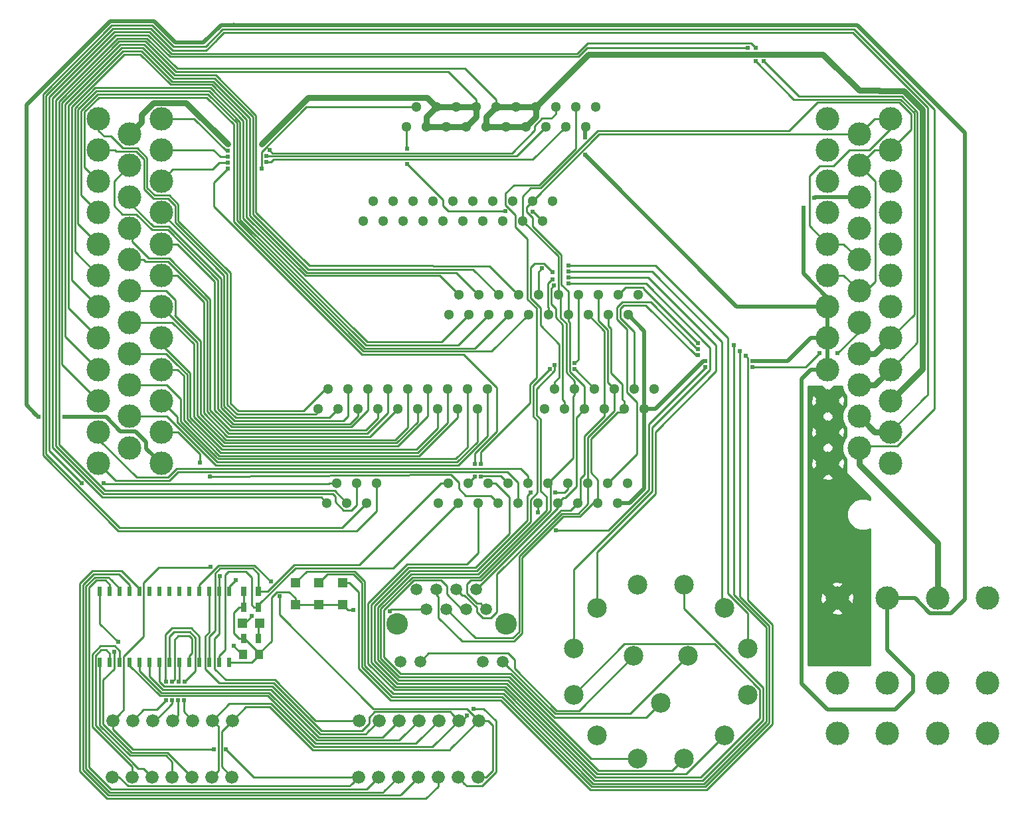
<source format=gbr>
G04 #@! TF.FileFunction,Copper,L1,Top,Signal*
%FSLAX46Y46*%
G04 Gerber Fmt 4.6, Leading zero omitted, Abs format (unit mm)*
G04 Created by KiCad (PCBNEW 4.0.2+dfsg1-stable) date Mon 05 Mar 2018 09:52:31 PM EST*
%MOMM*%
G01*
G04 APERTURE LIST*
%ADD10C,0.100000*%
%ADD11C,1.676400*%
%ADD12C,3.000000*%
%ADD13C,1.500000*%
%ADD14C,2.750000*%
%ADD15C,1.300000*%
%ADD16C,2.500000*%
%ADD17R,1.000000X1.250000*%
%ADD18R,1.200000X1.200000*%
%ADD19R,0.700000X1.300000*%
%ADD20R,0.508000X1.270000*%
%ADD21C,0.609600*%
%ADD22C,0.254000*%
%ADD23C,0.508000*%
%ADD24C,0.762000*%
G04 APERTURE END LIST*
D10*
D11*
X79250540Y-139801640D03*
X81790540Y-139801640D03*
X84330540Y-139801640D03*
X86868000Y-139801640D03*
X89408000Y-139801640D03*
X91948000Y-139801640D03*
X94488000Y-139801640D03*
X94388940Y-147000000D03*
X91848940Y-147000000D03*
X89308940Y-147000000D03*
X86771480Y-147000000D03*
X84231480Y-147000000D03*
X81691480Y-147000000D03*
X79151480Y-147000000D03*
X47861600Y-139801640D03*
X50401600Y-139801640D03*
X52941600Y-139801640D03*
X55479060Y-139801640D03*
X58019060Y-139801640D03*
X60559060Y-139801640D03*
X63099060Y-139801640D03*
X63000000Y-147000000D03*
X60460000Y-147000000D03*
X57920000Y-147000000D03*
X55382540Y-147000000D03*
X52842540Y-147000000D03*
X50302540Y-147000000D03*
X47762540Y-147000000D03*
D12*
X54000000Y-91000000D03*
X54000000Y-67000000D03*
X54000000Y-71000000D03*
X54000000Y-75000000D03*
X54000000Y-79000000D03*
X54000000Y-83000000D03*
X54000000Y-87000000D03*
X50000000Y-69000000D03*
X50000000Y-73000000D03*
X50000000Y-81000000D03*
X50000000Y-77000000D03*
X50000000Y-85000000D03*
X50000000Y-89000000D03*
X46000000Y-87000000D03*
X46000000Y-83000000D03*
X46000000Y-75000000D03*
X46000000Y-79000000D03*
X46000000Y-71000000D03*
X46000000Y-67000000D03*
X54000000Y-63000000D03*
X50000000Y-65000000D03*
X46000000Y-63000000D03*
X46000000Y-91000000D03*
X50000000Y-93000000D03*
X54000000Y-95000000D03*
X46000000Y-95000000D03*
X54000000Y-99000000D03*
X50000000Y-97000000D03*
X46000000Y-99000000D03*
X54000000Y-103000000D03*
X50000000Y-101000000D03*
X46000000Y-103000000D03*
X54000000Y-107000000D03*
X50000000Y-105000000D03*
X46000000Y-107000000D03*
D13*
X97580000Y-132252000D03*
X95040000Y-132252000D03*
X84480000Y-132252000D03*
X87020000Y-132252000D03*
X95480000Y-125622000D03*
X92940000Y-125622000D03*
X90400000Y-125622000D03*
X87860000Y-125622000D03*
X94210000Y-123082000D03*
X91670000Y-123082000D03*
X89130000Y-123082000D03*
X86590000Y-123082000D03*
D14*
X97980000Y-127502000D03*
X84080000Y-127502000D03*
D15*
X109720000Y-85500000D03*
X112260000Y-85500000D03*
X114800000Y-85500000D03*
X107180000Y-85500000D03*
X113530000Y-88040000D03*
X110990000Y-88040000D03*
X108450000Y-88040000D03*
X105910000Y-88040000D03*
X104640000Y-85500000D03*
X103370000Y-88040000D03*
X102100000Y-85500000D03*
X100830000Y-88040000D03*
X99560000Y-85500000D03*
X98290000Y-88040000D03*
X97020000Y-85500000D03*
X95750000Y-88040000D03*
X94480000Y-85500000D03*
X93210000Y-88040000D03*
X91940000Y-85500000D03*
X90670000Y-88040000D03*
D16*
X117694000Y-137572000D03*
X121158000Y-131572000D03*
X114230000Y-131572000D03*
X120670000Y-122464000D03*
X114718000Y-122464000D03*
X114718000Y-144680000D03*
X120670000Y-144680000D03*
X106586000Y-136548000D03*
X106586000Y-130596000D03*
X128802000Y-136548000D03*
X128802000Y-130596000D03*
X125826000Y-125440000D03*
X109562000Y-141704000D03*
X109562000Y-125440000D03*
X125826000Y-141704000D03*
D17*
X66488000Y-131342000D03*
X64488000Y-131342000D03*
D18*
X74117200Y-125018800D03*
X74117200Y-122218800D03*
X71120000Y-125022000D03*
X71120000Y-122222000D03*
X77114400Y-125018800D03*
X77114400Y-122218800D03*
X66588000Y-127342000D03*
X64388000Y-127342000D03*
D12*
X147000000Y-91000000D03*
X147000000Y-67000000D03*
X147000000Y-71000000D03*
X147000000Y-75000000D03*
X147000000Y-79000000D03*
X147000000Y-83000000D03*
X147000000Y-87000000D03*
X143000000Y-69000000D03*
X143000000Y-73000000D03*
X143000000Y-81000000D03*
X143000000Y-77000000D03*
X143000000Y-85000000D03*
X143000000Y-89000000D03*
X139000000Y-87000000D03*
X139000000Y-83000000D03*
X139000000Y-75000000D03*
X139000000Y-79000000D03*
X139000000Y-71000000D03*
X139000000Y-67000000D03*
X147000000Y-63000000D03*
X143000000Y-65000000D03*
X139000000Y-63000000D03*
X139000000Y-91000000D03*
X143000000Y-93000000D03*
X147000000Y-95000000D03*
X139000000Y-95000000D03*
X147000000Y-99000000D03*
X143000000Y-97000000D03*
X139000000Y-99000000D03*
X147000000Y-103000000D03*
X143000000Y-101000000D03*
X139000000Y-103000000D03*
X147000000Y-107000000D03*
X143000000Y-105000000D03*
X139000000Y-107000000D03*
D15*
X76420000Y-109500000D03*
X78960000Y-109500000D03*
X81500000Y-109500000D03*
X80230000Y-112040000D03*
X77690000Y-112040000D03*
X75150000Y-112040000D03*
X108420000Y-109500000D03*
X110960000Y-109500000D03*
X113500000Y-109500000D03*
X105880000Y-109500000D03*
X112230000Y-112040000D03*
X109690000Y-112040000D03*
X107150000Y-112040000D03*
X104610000Y-112040000D03*
X103340000Y-109500000D03*
X102070000Y-112040000D03*
X100800000Y-109500000D03*
X99530000Y-112040000D03*
X98260000Y-109500000D03*
X96990000Y-112040000D03*
X95720000Y-109500000D03*
X94450000Y-112040000D03*
X93180000Y-109500000D03*
X91910000Y-112040000D03*
X90640000Y-109500000D03*
X89370000Y-112040000D03*
X111820000Y-97500000D03*
X114360000Y-97500000D03*
X116900000Y-97500000D03*
X109280000Y-97500000D03*
X115630000Y-100040000D03*
X113090000Y-100040000D03*
X110550000Y-100040000D03*
X108010000Y-100040000D03*
X106740000Y-97500000D03*
X105470000Y-100040000D03*
X104200000Y-97500000D03*
X102930000Y-100040000D03*
X90520000Y-97500000D03*
X93060000Y-97500000D03*
X95600000Y-97500000D03*
X87980000Y-97500000D03*
X94330000Y-100040000D03*
X91790000Y-100040000D03*
X89250000Y-100040000D03*
X86710000Y-100040000D03*
X85440000Y-97500000D03*
X84170000Y-100040000D03*
X82900000Y-97500000D03*
X81630000Y-100040000D03*
X80360000Y-97500000D03*
X79090000Y-100040000D03*
X77820000Y-97500000D03*
X76550000Y-100040000D03*
X75280000Y-97500000D03*
X74010000Y-100040000D03*
X104320000Y-61500000D03*
X106860000Y-61500000D03*
X109400000Y-61500000D03*
X101780000Y-61500000D03*
X108130000Y-64040000D03*
X105590000Y-64040000D03*
X103050000Y-64040000D03*
X100510000Y-64040000D03*
X99240000Y-61500000D03*
X97970000Y-64040000D03*
X96700000Y-61500000D03*
X95430000Y-64040000D03*
X94160000Y-61500000D03*
X92890000Y-64040000D03*
X91620000Y-61500000D03*
X90350000Y-64040000D03*
X89080000Y-61500000D03*
X87810000Y-64040000D03*
X86540000Y-61500000D03*
X85270000Y-64040000D03*
X98820000Y-73500000D03*
X101360000Y-73500000D03*
X103900000Y-73500000D03*
X96280000Y-73500000D03*
X102630000Y-76040000D03*
X100090000Y-76040000D03*
X97550000Y-76040000D03*
X95010000Y-76040000D03*
X93740000Y-73500000D03*
X92470000Y-76040000D03*
X91200000Y-73500000D03*
X89930000Y-76040000D03*
X88660000Y-73500000D03*
X87390000Y-76040000D03*
X86120000Y-73500000D03*
X84850000Y-76040000D03*
X83580000Y-73500000D03*
X82310000Y-76040000D03*
X81040000Y-73500000D03*
X79770000Y-76040000D03*
D19*
X64538000Y-129342000D03*
X66438000Y-129342000D03*
X64538000Y-125342000D03*
X66438000Y-125342000D03*
X64538000Y-123342000D03*
X66438000Y-123342000D03*
D20*
X62688000Y-123342000D03*
X61418000Y-123342000D03*
X60148000Y-123342000D03*
X58878000Y-123342000D03*
X57608000Y-123342000D03*
X56338000Y-123342000D03*
X55068000Y-123342000D03*
X53798000Y-123342000D03*
X52528000Y-123342000D03*
X51258000Y-123342000D03*
X49988000Y-123342000D03*
X48718000Y-123342000D03*
X47448000Y-123342000D03*
X46178000Y-123342000D03*
X46178000Y-132384400D03*
X47448000Y-132384400D03*
X48718000Y-132384400D03*
X49988000Y-132384400D03*
X51258000Y-132384400D03*
X52528000Y-132384400D03*
X53798000Y-132384400D03*
X55068000Y-132384400D03*
X56338000Y-132384400D03*
X57608000Y-132384400D03*
X58878000Y-132384400D03*
X60148000Y-132384400D03*
X61418000Y-132384400D03*
X62688000Y-132384400D03*
D12*
X140200000Y-135000000D03*
X140200000Y-124200000D03*
X146600000Y-135000000D03*
X146600000Y-124200000D03*
X153000000Y-135000000D03*
X153000000Y-124200000D03*
X159400000Y-135000000D03*
X159400000Y-124200000D03*
X140200000Y-141400000D03*
X146600000Y-141400000D03*
X153000000Y-141400000D03*
X159400000Y-141400000D03*
D21*
X78486000Y-125730000D03*
X83151341Y-125823341D03*
X65532000Y-126492000D03*
X63500000Y-121920000D03*
X63246000Y-130302000D03*
X127762000Y-92633790D03*
X122428000Y-92456000D03*
X127000000Y-91871790D03*
X122459908Y-91661711D03*
X128524000Y-93264964D03*
X122428000Y-93218000D03*
X38353070Y-101092000D03*
X41656000Y-101092000D03*
X135890000Y-74422000D03*
X137236210Y-73152000D03*
X108044901Y-65372901D03*
X129413009Y-93980000D03*
X108036099Y-67650099D03*
X123396066Y-93976174D03*
X128778000Y-53995191D03*
X129794000Y-55671611D03*
X130810000Y-55671611D03*
X129794000Y-53995191D03*
X43903395Y-109512605D03*
X46701342Y-109508658D03*
X129413009Y-94742000D03*
X102042526Y-113218526D03*
X123396066Y-94738177D03*
X104365849Y-115541849D03*
X140208000Y-92964000D03*
X137922000Y-92964000D03*
X67386210Y-67817997D03*
X62484000Y-67894213D03*
X67386210Y-68580000D03*
X62484000Y-68656216D03*
X67818000Y-67056000D03*
X62484000Y-67132210D03*
X66802000Y-66294000D03*
X62484000Y-66294000D03*
X60222653Y-108635800D03*
X58928000Y-106934000D03*
X104216210Y-110744000D03*
X101092000Y-110744000D03*
X94742000Y-108635801D03*
X94742003Y-107060971D03*
X66802000Y-69418219D03*
X62484000Y-69418219D03*
X93980000Y-107060971D03*
X93980000Y-108712000D03*
X104170168Y-94411790D03*
X106680000Y-94233997D03*
X105918000Y-83311997D03*
X103886000Y-83566000D03*
X105918000Y-81787991D03*
X102545796Y-82112204D03*
X103570491Y-94934491D03*
X106680000Y-94996000D03*
X105918000Y-84074000D03*
X104055790Y-84328000D03*
X105918000Y-82549994D03*
X103886000Y-82626210D03*
X101378099Y-74897901D03*
X97884901Y-74835099D03*
X85344000Y-68808617D03*
X85344000Y-66827377D03*
X62288819Y-143510000D03*
X60713989Y-143510000D03*
X60280401Y-120224401D03*
X61468809Y-121412000D03*
X93834279Y-138321721D03*
X93008081Y-139147919D03*
X69088000Y-123952000D03*
X67988527Y-122090527D03*
X54610000Y-137236210D03*
X54642099Y-134841901D03*
X55372000Y-137236210D03*
X55404071Y-134848562D03*
X56134000Y-137236210D03*
X56207261Y-134848570D03*
X56896000Y-137236210D03*
X56969262Y-134848562D03*
X48514000Y-129794000D03*
X48006000Y-131064000D03*
D22*
X68072000Y-124103382D02*
X68072000Y-129633000D01*
X68072000Y-129633000D02*
X66488000Y-131217000D01*
X66488000Y-131217000D02*
X66488000Y-131342000D01*
X66488000Y-131217000D02*
X64613000Y-129342000D01*
X64613000Y-129342000D02*
X64538000Y-129342000D01*
X62688000Y-132384400D02*
X65570600Y-132384400D01*
X65570600Y-132384400D02*
X66488000Y-131467000D01*
X66488000Y-131467000D02*
X66488000Y-131342000D01*
X70319799Y-123367799D02*
X68807583Y-123367799D01*
X68807583Y-123367799D02*
X68072000Y-124103382D01*
X64538000Y-123342000D02*
X64538000Y-125342000D01*
X63246000Y-128654000D02*
X63246000Y-126030000D01*
X63246000Y-126030000D02*
X63934000Y-125342000D01*
X63934000Y-125342000D02*
X64538000Y-125342000D01*
X64538000Y-129342000D02*
X63934000Y-129342000D01*
X63934000Y-129342000D02*
X63246000Y-128654000D01*
X70319799Y-123367799D02*
X71120000Y-124168000D01*
X78486000Y-125730000D02*
X77825600Y-125730000D01*
X77825600Y-125730000D02*
X77114400Y-125018800D01*
X87860000Y-125622000D02*
X83352682Y-125622000D01*
X83352682Y-125622000D02*
X83151341Y-125823341D01*
X74117200Y-125018800D02*
X77114400Y-125018800D01*
X71120000Y-125022000D02*
X74114000Y-125022000D01*
X74114000Y-125022000D02*
X74117200Y-125018800D01*
X64488000Y-129392000D02*
X64538000Y-129342000D01*
X71120000Y-124168000D02*
X71120000Y-125022000D01*
X64388000Y-127342000D02*
X64682000Y-127342000D01*
X64682000Y-127342000D02*
X65532000Y-126492000D01*
X62688000Y-123342000D02*
X62688000Y-122732000D01*
X62688000Y-122732000D02*
X63500000Y-121920000D01*
X64488000Y-131342000D02*
X64286000Y-131342000D01*
X64286000Y-131342000D02*
X63246000Y-130302000D01*
X74117200Y-122218800D02*
X74123200Y-122218800D01*
X74123200Y-122218800D02*
X75184000Y-121158000D01*
X123418051Y-148241449D02*
X131550629Y-140108871D01*
X75184000Y-121158000D02*
X78486000Y-121158000D01*
X131550630Y-127751616D02*
X127762000Y-123962986D01*
X78486000Y-121158000D02*
X79580734Y-122252734D01*
X131550629Y-140108871D02*
X131550630Y-127751616D01*
X127762000Y-123962986D02*
X127762000Y-93064842D01*
X79580734Y-122252734D02*
X79580734Y-132987484D01*
X108871449Y-148241449D02*
X123418051Y-148241449D01*
X79580734Y-132987484D02*
X83397660Y-136804410D01*
X83397660Y-136804410D02*
X97434410Y-136804410D01*
X97434410Y-136804410D02*
X108871449Y-148241449D01*
X127762000Y-93064842D02*
X127762000Y-92633790D01*
X122205365Y-92233365D02*
X122428000Y-92456000D01*
X116407174Y-86435174D02*
X122205365Y-92233365D01*
X110960000Y-109500000D02*
X114700599Y-105759401D01*
X114700599Y-105759401D02*
X114700599Y-99216113D01*
X114700599Y-99216113D02*
X113430599Y-97946113D01*
X113430599Y-89890863D02*
X112115590Y-88575854D01*
X113430599Y-97946113D02*
X113430599Y-89890863D01*
X112115590Y-88575854D02*
X112115591Y-87105041D01*
X112115591Y-87105041D02*
X112785458Y-86435174D01*
X112785458Y-86435174D02*
X116407174Y-86435174D01*
X127000000Y-91871790D02*
X127000000Y-123775736D01*
X127000000Y-123775736D02*
X131144220Y-127919956D01*
X131144220Y-127919956D02*
X131144220Y-139940530D01*
X83566000Y-136398000D02*
X79987144Y-132819144D01*
X78654340Y-120751590D02*
X72542410Y-120751590D01*
X131144220Y-139940530D02*
X123249711Y-147835039D01*
X123249711Y-147835039D02*
X109080540Y-147835038D01*
X109080540Y-147835038D02*
X97643502Y-136398000D01*
X97643502Y-136398000D02*
X83566000Y-136398000D01*
X72542410Y-120751590D02*
X71120000Y-122174000D01*
X79987144Y-132819144D02*
X79987143Y-122084393D01*
X79987143Y-122084393D02*
X78654340Y-120751590D01*
X71120000Y-122174000D02*
X71120000Y-122222000D01*
X115494401Y-84570599D02*
X115494401Y-84696204D01*
X115494401Y-84696204D02*
X122459908Y-91661711D01*
X112260000Y-85500000D02*
X113189401Y-84570599D01*
X113189401Y-84570599D02*
X115494401Y-84570599D01*
X128524000Y-93264964D02*
X128828799Y-93569763D01*
X83229319Y-137210819D02*
X79174324Y-133155824D01*
X128828799Y-93569763D02*
X128828799Y-124455035D01*
X128828799Y-124455035D02*
X131957039Y-127583277D01*
X131957039Y-127583277D02*
X131957038Y-140277212D01*
X79174324Y-133155824D02*
X79174324Y-123424724D01*
X131957038Y-140277212D02*
X123586391Y-148647859D01*
X123586391Y-148647859D02*
X108703108Y-148647858D01*
X97266070Y-137210820D02*
X83229319Y-137210819D01*
X108703108Y-148647858D02*
X97266070Y-137210820D01*
X79174324Y-123424724D02*
X77968400Y-122218800D01*
X77968400Y-122218800D02*
X77114400Y-122218800D01*
X115797583Y-86841583D02*
X122174000Y-93218000D01*
X122174000Y-93218000D02*
X122428000Y-93218000D01*
X112953799Y-86841583D02*
X115797583Y-86841583D01*
X112522000Y-87630000D02*
X112522000Y-87273382D01*
X112522000Y-87273382D02*
X112953799Y-86841583D01*
X112522000Y-88407514D02*
X112522000Y-87630000D01*
X114360000Y-97500000D02*
X114360000Y-90245514D01*
X114360000Y-90245514D02*
X112522000Y-88407514D01*
X66438000Y-129342000D02*
X66438000Y-127492000D01*
X66438000Y-127492000D02*
X66588000Y-127342000D01*
D23*
X63219218Y-51080782D02*
X142767136Y-51080782D01*
X142767136Y-51080782D02*
X156464000Y-64777646D01*
X156464000Y-64777646D02*
X156464000Y-124314526D01*
X156464000Y-124314526D02*
X154672125Y-126106401D01*
X154672125Y-126106401D02*
X152014401Y-126106401D01*
X152014401Y-126106401D02*
X150108000Y-124200000D01*
X150108000Y-124200000D02*
X146600000Y-124200000D01*
X146558000Y-130810000D02*
X146600000Y-130768000D01*
X146600000Y-130768000D02*
X146600000Y-124200000D01*
X149860000Y-134112000D02*
X146558000Y-130810000D01*
X149860000Y-136144000D02*
X149860000Y-134112000D01*
X63219218Y-51080782D02*
X63246000Y-51054000D01*
X59402305Y-53314590D02*
X61636114Y-51080782D01*
X61636114Y-51080782D02*
X63219218Y-51080782D01*
X55854590Y-53314590D02*
X59402305Y-53314590D01*
X53134394Y-50594394D02*
X55854590Y-53314590D01*
X36830000Y-99568000D02*
X36830000Y-61275398D01*
X36830000Y-61275398D02*
X47511005Y-50594394D01*
X47511005Y-50594394D02*
X53134394Y-50594394D01*
X38048271Y-100786271D02*
X36830000Y-99568000D01*
X38353070Y-101092000D02*
X38048271Y-100787201D01*
X38048271Y-100787201D02*
X38048271Y-100786271D01*
X44704000Y-101092000D02*
X41656000Y-101092000D01*
X46990000Y-101092000D02*
X44704000Y-101092000D01*
X54000000Y-107000000D02*
X52093599Y-105093599D01*
X52093599Y-105093599D02*
X52093599Y-104272125D01*
X52093599Y-104272125D02*
X50727875Y-102906401D01*
X50727875Y-102906401D02*
X48804401Y-102906401D01*
X48804401Y-102906401D02*
X46990000Y-101092000D01*
X108036099Y-67650099D02*
X127386000Y-87000000D01*
X127386000Y-87000000D02*
X135758000Y-87000000D01*
X135758000Y-87000000D02*
X139000000Y-87000000D01*
X129413009Y-93980000D02*
X133858000Y-93980000D01*
X139000000Y-91000000D02*
X136838000Y-91000000D01*
X136838000Y-91000000D02*
X133858000Y-93980000D01*
X139000000Y-85914000D02*
X135890000Y-82804000D01*
X135890000Y-82804000D02*
X135890000Y-82711474D01*
X139000000Y-87000000D02*
X139000000Y-85914000D01*
X135890000Y-74422000D02*
X135890000Y-82711474D01*
X138074000Y-73000000D02*
X137388210Y-73000000D01*
X137388210Y-73000000D02*
X137236210Y-73152000D01*
X108044901Y-65372901D02*
X108044901Y-64125099D01*
X108044901Y-64125099D02*
X108130000Y-64040000D01*
X123396066Y-93976174D02*
X123105491Y-93976174D01*
X123105491Y-93976174D02*
X117041665Y-100040000D01*
X117041665Y-100040000D02*
X115630000Y-100040000D01*
X147574000Y-138430000D02*
X138938000Y-138430000D01*
X149860000Y-136144000D02*
X147574000Y-138430000D01*
X138938000Y-138430000D02*
X135636000Y-135128000D01*
X135636000Y-135128000D02*
X135636000Y-96242680D01*
X135636000Y-96242680D02*
X136878680Y-95000000D01*
X136878680Y-95000000D02*
X139000000Y-95000000D01*
X113766000Y-112040000D02*
X115630000Y-110176000D01*
X115630000Y-110176000D02*
X115630000Y-100040000D01*
X112230000Y-112040000D02*
X113766000Y-112040000D01*
X115630000Y-90140000D02*
X113530000Y-88040000D01*
X115630000Y-100040000D02*
X115630000Y-90140000D01*
X139000000Y-87000000D02*
X139000000Y-91000000D01*
X143000000Y-73000000D02*
X138074000Y-73000000D01*
X139000000Y-91000000D02*
X139000000Y-95000000D01*
D22*
X61857060Y-51614190D02*
X142240000Y-51614190D01*
X152557514Y-100076000D02*
X152557514Y-61843344D01*
X152557514Y-61843344D02*
X142328360Y-51614190D01*
X143000000Y-105000000D02*
X143220599Y-104779401D01*
X143220599Y-104779401D02*
X147854113Y-104779401D01*
X147854113Y-104779401D02*
X152557514Y-100076000D01*
X142328360Y-51614190D02*
X142240000Y-51614190D01*
X38937280Y-59922472D02*
X47731949Y-51127803D01*
X81500000Y-109500000D02*
X81500000Y-113064000D01*
X81500000Y-113064000D02*
X78953189Y-115610811D01*
X78953189Y-115610811D02*
X48562233Y-115610811D01*
X48562233Y-115610811D02*
X38937280Y-105985858D01*
X38937280Y-105985858D02*
X38937280Y-59922472D01*
X47731949Y-51127803D02*
X52865052Y-51127804D01*
X52865052Y-51127804D02*
X55585250Y-53848000D01*
X55585250Y-53848000D02*
X59627490Y-53848000D01*
X59690000Y-53785490D02*
X59690000Y-53781250D01*
X59627490Y-53848000D02*
X59690000Y-53785490D01*
X59690000Y-53781250D02*
X61857060Y-51614190D01*
D24*
X143000000Y-105000000D02*
X143000000Y-107121320D01*
X143000000Y-107121320D02*
X153000000Y-117121320D01*
X153000000Y-117121320D02*
X153000000Y-122078680D01*
X153000000Y-122078680D02*
X153000000Y-124200000D01*
D22*
X75150000Y-112040000D02*
X74412819Y-111302819D01*
X74412819Y-111302819D02*
X46519806Y-111302818D01*
X46519806Y-111302818D02*
X40156507Y-104939519D01*
X40156507Y-104939519D02*
X40156507Y-60427493D01*
X40156507Y-60427493D02*
X48236969Y-52347031D01*
X52360031Y-52347031D02*
X55131000Y-55118000D01*
X48236969Y-52347031D02*
X52360031Y-52347031D01*
X55131000Y-55118000D02*
X107228040Y-55118000D01*
X107228040Y-55118000D02*
X108350849Y-53995191D01*
X108350849Y-53995191D02*
X128778000Y-53995191D01*
X147000000Y-91000000D02*
X150012409Y-87987591D01*
X150012409Y-87987591D02*
X150012409Y-62315659D01*
X150012409Y-62315659D02*
X148250340Y-60553590D01*
X148250340Y-60553590D02*
X134675979Y-60553590D01*
X134675979Y-60553590D02*
X129794000Y-55671611D01*
D24*
X143000000Y-93000000D02*
X145000000Y-93000000D01*
X145000000Y-93000000D02*
X147000000Y-91000000D01*
D22*
X103340000Y-109500000D02*
X106527590Y-106312410D01*
X106527590Y-106312410D02*
X106527590Y-98450410D01*
X106527590Y-98450410D02*
X106740000Y-98238000D01*
X106740000Y-98238000D02*
X106740000Y-97500000D01*
X104917514Y-88407514D02*
X104902000Y-88392000D01*
X104902000Y-88392000D02*
X104902000Y-85762000D01*
X104902000Y-85762000D02*
X104640000Y-85500000D01*
X104902000Y-88407514D02*
X104917514Y-88407514D01*
X104917514Y-88407514D02*
X105664000Y-89154000D01*
X105664000Y-95419368D02*
X105664000Y-89154000D01*
X106740000Y-96580762D02*
X106740000Y-96495368D01*
X106740000Y-96495368D02*
X105664000Y-95419368D01*
X93980000Y-121920000D02*
X94742000Y-121920000D01*
X103632000Y-113030000D02*
X103632000Y-109792000D01*
X103632000Y-109792000D02*
X103340000Y-109500000D01*
X94742000Y-121920000D02*
X103632000Y-113030000D01*
X93848486Y-121920000D02*
X93980000Y-121920000D01*
X92964000Y-122428000D02*
X93472000Y-121920000D01*
X95480000Y-125622000D02*
X94730001Y-124872001D01*
X94730001Y-124872001D02*
X94288265Y-124872001D01*
X94288265Y-124872001D02*
X92964000Y-123547736D01*
X93472000Y-121920000D02*
X93980000Y-121920000D01*
X92964000Y-123547736D02*
X92964000Y-122428000D01*
X106740000Y-97500000D02*
X106740000Y-96580762D01*
X145034000Y-83820000D02*
X145034000Y-71034000D01*
X145034000Y-71034000D02*
X143000000Y-69000000D01*
X143854000Y-85000000D02*
X145034000Y-83820000D01*
X143000000Y-85000000D02*
X143854000Y-85000000D01*
X143000000Y-69000000D02*
X145000000Y-67000000D01*
X145000000Y-67000000D02*
X147000000Y-67000000D01*
X149606000Y-62484000D02*
X149606000Y-64394000D01*
X149606000Y-64394000D02*
X147000000Y-67000000D01*
X148082000Y-60960000D02*
X149606000Y-62484000D01*
X137668000Y-60960000D02*
X148082000Y-60960000D01*
X134034410Y-64593590D02*
X137668000Y-60960000D01*
X102362000Y-71882000D02*
X109650410Y-64593590D01*
X109650410Y-64593590D02*
X134034410Y-64593590D01*
X100090000Y-72912000D02*
X101120000Y-71882000D01*
X101120000Y-71882000D02*
X102362000Y-71882000D01*
X100090000Y-76040000D02*
X100090000Y-72912000D01*
X141000000Y-83000000D02*
X139000000Y-83000000D01*
X104640000Y-85500000D02*
X104640000Y-80590000D01*
X143000000Y-85000000D02*
X141000000Y-83000000D01*
X104640000Y-80590000D02*
X100090000Y-76040000D01*
X104610000Y-112040000D02*
X105259999Y-111390001D01*
X105259999Y-111390001D02*
X105525999Y-111390001D01*
X105525999Y-111390001D02*
X106934000Y-109982000D01*
X107188000Y-100862000D02*
X108010000Y-100040000D01*
X106934000Y-109982000D02*
X106934000Y-101116000D01*
X106934000Y-101116000D02*
X107188000Y-100862000D01*
X108010000Y-100040000D02*
X108010000Y-97190618D01*
X106095799Y-89011049D02*
X105910000Y-88825250D01*
X105910000Y-88825250D02*
X105910000Y-88040000D01*
X108010000Y-97190618D02*
X106095799Y-95276417D01*
X106095799Y-95276417D02*
X106095799Y-89011049D01*
X100584000Y-74930000D02*
X100584000Y-74276000D01*
X100584000Y-74276000D02*
X101360000Y-73500000D01*
X101346000Y-75692000D02*
X100584000Y-74930000D01*
X101346000Y-75946000D02*
X101346000Y-75692000D01*
X101360000Y-76735250D02*
X101360000Y-75960000D01*
X101360000Y-75960000D02*
X101346000Y-75946000D01*
X139000000Y-79000000D02*
X136652000Y-76652000D01*
X136652000Y-76652000D02*
X136652000Y-70358000D01*
X136652000Y-70358000D02*
X137922000Y-69088000D01*
X137922000Y-69088000D02*
X139700000Y-69088000D01*
X139700000Y-69088000D02*
X141732000Y-67056000D01*
X141732000Y-67056000D02*
X144272000Y-67056000D01*
X144272000Y-67056000D02*
X147000000Y-64328000D01*
X147000000Y-64328000D02*
X147000000Y-63000000D01*
X139000000Y-79000000D02*
X140970000Y-79000000D01*
X140970000Y-79000000D02*
X141000000Y-79000000D01*
X141000000Y-79000000D02*
X143000000Y-81000000D01*
X143000000Y-65000000D02*
X145000000Y-63000000D01*
X145000000Y-63000000D02*
X147000000Y-63000000D01*
X101360000Y-73500000D02*
X109860000Y-65000000D01*
X109860000Y-65000000D02*
X143000000Y-65000000D01*
X101360000Y-76735250D02*
X105046410Y-80421660D01*
X105910000Y-85082000D02*
X105046410Y-84218410D01*
X105910000Y-88040000D02*
X105910000Y-85082000D01*
X105046410Y-80421660D02*
X105046410Y-84218410D01*
X94210000Y-123082000D02*
X104610000Y-112682000D01*
X104610000Y-112682000D02*
X104610000Y-112040000D01*
X129794000Y-53995191D02*
X129209799Y-53410990D01*
X129209799Y-53410990D02*
X108360300Y-53410990D01*
X108360300Y-53410990D02*
X107059700Y-54711590D01*
X107059700Y-54711590D02*
X55299340Y-54711590D01*
X55299340Y-54711590D02*
X52528372Y-51940622D01*
X52528372Y-51940622D02*
X48068629Y-51940621D01*
X48068629Y-51940621D02*
X39750098Y-60259152D01*
X39750098Y-60259152D02*
X39750097Y-105359307D01*
X39750097Y-105359307D02*
X43903395Y-109512605D01*
X135285569Y-60147180D02*
X148418681Y-60147181D01*
X148418681Y-60147181D02*
X150418819Y-62147319D01*
X150418819Y-62147319D02*
X150418819Y-91581181D01*
X150418819Y-91581181D02*
X148499999Y-93500001D01*
X148499999Y-93500001D02*
X147000000Y-95000000D01*
X130810000Y-55671611D02*
X135285569Y-60147180D01*
X76420000Y-109500000D02*
X75500762Y-109500000D01*
X46784905Y-109592221D02*
X46701342Y-109508658D01*
X75500762Y-109500000D02*
X75408541Y-109592221D01*
X75408541Y-109592221D02*
X46784905Y-109592221D01*
D24*
X143000000Y-97000000D02*
X145000000Y-97000000D01*
X145000000Y-97000000D02*
X147000000Y-95000000D01*
X101780000Y-61500000D02*
X108446599Y-54833401D01*
X138399401Y-54833401D02*
X143002000Y-59436000D01*
X108446599Y-54833401D02*
X138399401Y-54833401D01*
X143002000Y-59436000D02*
X145542000Y-59436000D01*
X145542000Y-59436000D02*
X145592771Y-59486771D01*
X145592771Y-59486771D02*
X148692232Y-59486772D01*
X151079229Y-94920771D02*
X150876000Y-95124000D01*
X150876000Y-95124000D02*
X147000000Y-99000000D01*
X148692232Y-59486772D02*
X151079229Y-61873769D01*
X151079229Y-61873769D02*
X151079229Y-94920771D01*
D22*
X78960000Y-109500000D02*
X78960000Y-112302000D01*
X40562915Y-104771177D02*
X40562916Y-60630820D01*
X78960000Y-112302000D02*
X78292599Y-112969401D01*
X46688145Y-110896409D02*
X40562915Y-104771177D01*
X78292599Y-112969401D02*
X77243887Y-112969401D01*
X75844410Y-110896410D02*
X46688145Y-110896409D01*
X77243887Y-112969401D02*
X76200000Y-111925514D01*
X76200000Y-111925514D02*
X76200000Y-111252000D01*
X52191689Y-52753439D02*
X56080204Y-56641954D01*
X76200000Y-111252000D02*
X75844410Y-110896410D01*
X40562916Y-60630820D02*
X48440298Y-52753440D01*
X48440298Y-52753440D02*
X52191689Y-52753439D01*
X56080204Y-56641954D02*
X91186000Y-56641954D01*
D24*
X101201999Y-63390001D02*
X101780000Y-62812000D01*
X101780000Y-62812000D02*
X101780000Y-61500000D01*
X100510000Y-64040000D02*
X101159999Y-63390001D01*
X101159999Y-63390001D02*
X101201999Y-63390001D01*
D22*
X92710000Y-56641954D02*
X91186000Y-56641954D01*
X96700000Y-61500000D02*
X96700000Y-60580762D01*
X96700000Y-60580762D02*
X92761192Y-56641954D01*
X92761192Y-56641954D02*
X92710000Y-56641954D01*
X91841954Y-56641954D02*
X91186000Y-56641954D01*
D24*
X99240000Y-61500000D02*
X101780000Y-61500000D01*
X96700000Y-61500000D02*
X99240000Y-61500000D01*
X95430000Y-64040000D02*
X95430000Y-62770000D01*
X95430000Y-62770000D02*
X96700000Y-61500000D01*
X97970000Y-64040000D02*
X95430000Y-64040000D01*
X100510000Y-64040000D02*
X97970000Y-64040000D01*
D22*
X129413009Y-94742000D02*
X136144000Y-94742000D01*
X123396066Y-94738177D02*
X123396066Y-94782289D01*
X123396066Y-94782289D02*
X116163410Y-102014945D01*
X116163410Y-102014945D02*
X116163410Y-110396945D01*
X116163410Y-110396945D02*
X111018505Y-115541849D01*
X110962204Y-115541849D02*
X104365849Y-115541849D01*
X102070000Y-112040000D02*
X102070000Y-113191052D01*
X102070000Y-113191052D02*
X102042526Y-113218526D01*
X111018505Y-115541849D02*
X110962204Y-115541849D01*
X136144000Y-94742000D02*
X137922000Y-92964000D01*
X140208000Y-92964000D02*
X143000000Y-90172000D01*
X143000000Y-90172000D02*
X143000000Y-89000000D01*
X148965781Y-58826361D02*
X149352000Y-59212580D01*
X149352000Y-59212580D02*
X151739639Y-61600219D01*
X39343689Y-60090811D02*
X47900290Y-51534212D01*
X80230000Y-112040000D02*
X77065599Y-115204401D01*
X77065599Y-115204401D02*
X48730573Y-115204401D01*
X48730573Y-115204401D02*
X39343688Y-105817516D01*
X39343688Y-105817516D02*
X39343689Y-60090811D01*
X47900290Y-51534212D02*
X52696713Y-51534213D01*
X52696713Y-51534213D02*
X55467680Y-54305180D01*
X55467680Y-54305180D02*
X59745060Y-54305180D01*
X61045660Y-53004580D02*
X61045660Y-53000340D01*
X59745060Y-54305180D02*
X61045660Y-53004580D01*
X62025401Y-52020599D02*
X142160019Y-52020599D01*
X61045660Y-53000340D02*
X62025401Y-52020599D01*
X142160019Y-52020599D02*
X149352000Y-59212580D01*
X147000000Y-103000000D02*
X151448000Y-98552000D01*
X151739639Y-61600219D02*
X151739639Y-98260361D01*
X151739639Y-98260361D02*
X151448000Y-98552000D01*
D24*
X147000000Y-103000000D02*
X145000000Y-103000000D01*
X145000000Y-103000000D02*
X143000000Y-101000000D01*
D22*
X99864419Y-107645181D02*
X55988335Y-107645181D01*
X100800000Y-109500000D02*
X100800000Y-108580762D01*
X100800000Y-108580762D02*
X99864419Y-107645181D01*
X54854113Y-108779401D02*
X50867401Y-108779401D01*
X55988335Y-107645181D02*
X54854113Y-108779401D01*
X50867401Y-108779401D02*
X46000000Y-103912000D01*
X46000000Y-103912000D02*
X46000000Y-103000000D01*
X100800000Y-109500000D02*
X100800000Y-109182000D01*
X98187105Y-108051591D02*
X93980000Y-108051591D01*
X99530000Y-109474000D02*
X99530000Y-109394486D01*
X99530000Y-109394486D02*
X98187105Y-108051591D01*
X56156674Y-108051590D02*
X94053659Y-108051591D01*
X55022453Y-109185811D02*
X56156674Y-108051590D01*
X48185811Y-109185811D02*
X55022453Y-109185811D01*
X99530000Y-112040000D02*
X99530000Y-109474000D01*
X46000000Y-107000000D02*
X48185811Y-109185811D01*
X46000000Y-91000000D02*
X42188551Y-87188551D01*
X42188551Y-87188551D02*
X42188552Y-61304184D01*
X42188552Y-61304184D02*
X49113660Y-54379076D01*
X49113660Y-54379076D02*
X51476341Y-54379077D01*
X51476341Y-54379077D02*
X55364854Y-58267590D01*
X55364854Y-58267590D02*
X60633341Y-58267591D01*
X60633341Y-58267591D02*
X65278098Y-62912348D01*
X65278098Y-62912348D02*
X65278098Y-75358348D01*
X65278098Y-75358348D02*
X72571340Y-82651590D01*
X72571340Y-82651590D02*
X91631590Y-82651590D01*
X93830001Y-84850001D02*
X94480000Y-85500000D01*
X91631590Y-82651590D02*
X93830001Y-84850001D01*
X99060000Y-67817997D02*
X99314000Y-67817997D01*
X99314000Y-67817997D02*
X99314000Y-67776000D01*
X99314000Y-67776000D02*
X103050000Y-64040000D01*
X99060000Y-67817997D02*
X99272003Y-67817997D01*
X67386210Y-67817997D02*
X99060000Y-67817997D01*
X60650000Y-67000000D02*
X61544213Y-67894213D01*
X61544213Y-67894213D02*
X62484000Y-67894213D01*
X54000000Y-67000000D02*
X60650000Y-67000000D01*
X68326000Y-68224407D02*
X101405593Y-68224407D01*
X101405593Y-68224407D02*
X105590000Y-64040000D01*
X67970407Y-68580000D02*
X68326000Y-68224407D01*
X67386210Y-68580000D02*
X67970407Y-68580000D01*
X60547999Y-69500001D02*
X61391784Y-68656216D01*
X61391784Y-68656216D02*
X62484000Y-68656216D01*
X54000000Y-71000000D02*
X55499999Y-69500001D01*
X55499999Y-69500001D02*
X60547999Y-69500001D01*
X60807590Y-100177590D02*
X62991851Y-102361851D01*
X56058764Y-79000000D02*
X60807590Y-83748826D01*
X60807590Y-83748826D02*
X60807590Y-100177590D01*
X54000000Y-79000000D02*
X56058764Y-79000000D01*
X80360000Y-97500000D02*
X80360000Y-100234000D01*
X80360000Y-100234000D02*
X78232149Y-102361851D01*
X78232149Y-102361851D02*
X62991851Y-102361851D01*
X54000000Y-87000000D02*
X58572410Y-91572410D01*
X58572410Y-91572410D02*
X58572410Y-100843910D01*
X58572410Y-100843910D02*
X62122401Y-104393901D01*
X62122401Y-104393901D02*
X84007349Y-104393901D01*
X84007349Y-104393901D02*
X86710000Y-101691250D01*
X86710000Y-101691250D02*
X86710000Y-100040000D01*
X54000000Y-91000000D02*
X54000000Y-91791736D01*
X57708820Y-101129820D02*
X61785721Y-105206721D01*
X61785721Y-105206721D02*
X86563279Y-105206721D01*
X54000000Y-91791736D02*
X56048340Y-93840076D01*
X56048340Y-93840076D02*
X56060827Y-93840077D01*
X56060827Y-93840077D02*
X57708820Y-95488070D01*
X57708820Y-95488070D02*
X57708820Y-101129820D01*
X86563279Y-105206721D02*
X89250000Y-102520000D01*
X89250000Y-102520000D02*
X89250000Y-100040000D01*
X54000000Y-91000000D02*
X54236750Y-91000000D01*
X91790000Y-100040000D02*
X91790000Y-101129500D01*
X56896000Y-101466500D02*
X56896000Y-95824750D01*
X91790000Y-101129500D02*
X86899959Y-106019541D01*
X86899959Y-106019541D02*
X61449041Y-106019541D01*
X56071250Y-95000000D02*
X54000000Y-95000000D01*
X61449041Y-106019541D02*
X56896000Y-101466500D01*
X56896000Y-95824750D02*
X56071250Y-95000000D01*
X50000000Y-73000000D02*
X50000000Y-73791736D01*
X50000000Y-73791736D02*
X52987665Y-76779401D01*
X52987665Y-76779401D02*
X53145887Y-76779401D01*
X76200000Y-101549031D02*
X63328531Y-101549031D01*
X63328531Y-101549031D02*
X61620410Y-99840910D01*
X61620410Y-99840910D02*
X61620409Y-83412145D01*
X61620409Y-83412145D02*
X54987665Y-76779401D01*
X54987665Y-76779401D02*
X53145887Y-76779401D01*
X77266969Y-101549031D02*
X77820000Y-100996000D01*
X77820000Y-100996000D02*
X77820000Y-100145514D01*
X76454000Y-101549031D02*
X76200000Y-101549031D01*
X76200000Y-101549031D02*
X77266969Y-101549031D01*
X77820000Y-97500000D02*
X77820000Y-100145514D01*
X79090000Y-100040000D02*
X79090000Y-100929250D01*
X78063809Y-101955441D02*
X63160191Y-101955441D01*
X50854113Y-75220599D02*
X49058599Y-75220599D01*
X79090000Y-100929250D02*
X78063809Y-101955441D01*
X63160191Y-101955441D02*
X61214000Y-100009250D01*
X61214000Y-100009250D02*
X61214000Y-83580486D01*
X61214000Y-83580486D02*
X54849514Y-77216000D01*
X54849514Y-77216000D02*
X52849514Y-77216000D01*
X52849514Y-77216000D02*
X50854113Y-75220599D01*
X49058599Y-75220599D02*
X48006000Y-74168000D01*
X48006000Y-74168000D02*
X48006000Y-70994000D01*
X48006000Y-70994000D02*
X50000000Y-69000000D01*
X55118000Y-89000000D02*
X55425250Y-89000000D01*
X84175689Y-104800311D02*
X87980000Y-100996000D01*
X55425250Y-89000000D02*
X58166000Y-91740750D01*
X58166000Y-91740750D02*
X58166000Y-101012250D01*
X87980000Y-100996000D02*
X87980000Y-97500000D01*
X58166000Y-101012250D02*
X61954061Y-104800311D01*
X61954061Y-104800311D02*
X84175689Y-104800311D01*
X50000000Y-89000000D02*
X55118000Y-89000000D01*
X55118000Y-89000000D02*
X55218000Y-89000000D01*
X55759500Y-88138000D02*
X55779401Y-88118099D01*
X55779401Y-88118099D02*
X55779401Y-86145887D01*
X55779401Y-86145887D02*
X54633514Y-85000000D01*
X54633514Y-85000000D02*
X52121320Y-85000000D01*
X52121320Y-85000000D02*
X50000000Y-85000000D01*
X59034625Y-91694000D02*
X59034625Y-100731375D01*
X59034625Y-91413125D02*
X55759500Y-88138000D01*
X59034625Y-91694000D02*
X59034625Y-91413125D01*
X59034625Y-100731375D02*
X62290741Y-103987491D01*
X83839009Y-103987491D02*
X85440000Y-102386500D01*
X62290741Y-103987491D02*
X83839009Y-103987491D01*
X85440000Y-102386500D02*
X85440000Y-97500000D01*
X50000000Y-93000000D02*
X54633514Y-93000000D01*
X54633514Y-93000000D02*
X55880000Y-94246486D01*
X55880000Y-94246486D02*
X55892486Y-94246486D01*
X57302410Y-95656410D02*
X57302410Y-101298160D01*
X61617381Y-105613131D02*
X86731619Y-105613131D01*
X86731619Y-105613131D02*
X90520000Y-101824750D01*
X55892486Y-94246486D02*
X57302410Y-95656410D01*
X57302410Y-101298160D02*
X61617381Y-105613131D01*
X90520000Y-101824750D02*
X90520000Y-97500000D01*
X56083180Y-101803180D02*
X56083180Y-101083180D01*
X56083180Y-101083180D02*
X54000000Y-99000000D01*
X56134000Y-101854000D02*
X61112361Y-106832361D01*
X56134000Y-101854000D02*
X56083180Y-101803180D01*
X61112361Y-106832361D02*
X91728889Y-106832361D01*
X91728889Y-106832361D02*
X94330000Y-104231250D01*
X94330000Y-104231250D02*
X94330000Y-100040000D01*
X61102900Y-106248150D02*
X56642000Y-101787250D01*
X56489590Y-98806000D02*
X56489590Y-101634840D01*
X54683590Y-97000000D02*
X56489590Y-98806000D01*
X56489590Y-101634840D02*
X56642000Y-101787250D01*
X50000000Y-97000000D02*
X54683590Y-97000000D01*
X61280701Y-106425951D02*
X61120375Y-106265625D01*
X73914000Y-106425951D02*
X61280701Y-106425951D01*
X82550000Y-106425951D02*
X73914000Y-106425951D01*
X88646000Y-106425951D02*
X82550000Y-106425951D01*
X91560549Y-106425951D02*
X88646000Y-106425951D01*
X91738350Y-106248150D02*
X91560549Y-106425951D01*
X93060000Y-97500000D02*
X93060000Y-104926500D01*
X93060000Y-104926500D02*
X91738350Y-106248150D01*
X54000000Y-83000000D02*
X56058764Y-83000000D01*
X56058764Y-83000000D02*
X59441035Y-86382271D01*
X59441035Y-86382271D02*
X59441035Y-100563035D01*
X59441035Y-100563035D02*
X62459081Y-103581081D01*
X62459081Y-103581081D02*
X80628919Y-103581081D01*
X80628919Y-103581081D02*
X81026000Y-103184000D01*
X80806720Y-103403280D02*
X81026000Y-103184000D01*
X81026000Y-103184000D02*
X84170000Y-100040000D01*
X81630000Y-100040000D02*
X81630000Y-101250000D01*
X52447704Y-80814190D02*
X50292000Y-78658486D01*
X50292000Y-78658486D02*
X50292000Y-77292000D01*
X81630000Y-101250000D02*
X80111739Y-102768261D01*
X80111739Y-102768261D02*
X62795761Y-102768261D01*
X62795761Y-102768261D02*
X60253855Y-100226355D01*
X60253855Y-100226355D02*
X60253854Y-86045590D01*
X60253854Y-86045590D02*
X55022454Y-80814190D01*
X55022454Y-80814190D02*
X52447704Y-80814190D01*
X50292000Y-77292000D02*
X50000000Y-77000000D01*
X50000000Y-81000000D02*
X51790000Y-81000000D01*
X51790000Y-81000000D02*
X52010599Y-81220599D01*
X52010599Y-81220599D02*
X54854113Y-81220599D01*
X54854113Y-81220599D02*
X59847445Y-86213931D01*
X59847445Y-86213931D02*
X59847445Y-100394695D01*
X82900000Y-100554750D02*
X82900000Y-97500000D01*
X59847445Y-100394695D02*
X62627421Y-103174671D01*
X62627421Y-103174671D02*
X80280079Y-103174671D01*
X80280079Y-103174671D02*
X82900000Y-100554750D01*
X62026820Y-83312000D02*
X62026820Y-99672570D01*
X62026820Y-83026820D02*
X54000000Y-75000000D01*
X62026820Y-83312000D02*
X62026820Y-83026820D01*
X62026820Y-99672570D02*
X63496871Y-101142621D01*
X63496871Y-101142621D02*
X75447379Y-101142621D01*
X75447379Y-101142621D02*
X76550000Y-100040000D01*
X72136199Y-100329801D02*
X71374000Y-100329801D01*
X74966000Y-97500000D02*
X72136199Y-100329801D01*
X75280000Y-97500000D02*
X74966000Y-97500000D01*
X56185811Y-76036311D02*
X62839640Y-82690140D01*
X62839640Y-82690140D02*
X62839640Y-99335890D01*
X53180676Y-72814190D02*
X55022454Y-72814190D01*
X55022454Y-72814190D02*
X56185811Y-73977547D01*
X56185811Y-73977547D02*
X56185811Y-76036311D01*
X46000000Y-63000000D02*
X46000000Y-64542000D01*
X46000000Y-64542000D02*
X46736000Y-65278000D01*
X46736000Y-65278000D02*
X47644486Y-65278000D01*
X52220599Y-71854113D02*
X53180676Y-72814190D01*
X47644486Y-65278000D02*
X49145887Y-66779401D01*
X49145887Y-66779401D02*
X50987665Y-66779401D01*
X50987665Y-66779401D02*
X52220598Y-68012334D01*
X52220598Y-68012334D02*
X52220599Y-71854113D01*
X62839640Y-99335890D02*
X63833551Y-100329801D01*
X63833551Y-100329801D02*
X71374000Y-100329801D01*
X98704413Y-67411587D02*
X101600000Y-64516000D01*
X103747238Y-62992000D02*
X102870000Y-62992000D01*
X102870000Y-62992000D02*
X102722486Y-62992000D01*
X101600000Y-64516000D02*
X101600000Y-63925960D01*
X101600000Y-63925960D02*
X102533960Y-62992000D01*
X102533960Y-62992000D02*
X102870000Y-62992000D01*
X104320000Y-61500000D02*
X104320000Y-62419238D01*
X104320000Y-62419238D02*
X103747238Y-62992000D01*
X67818000Y-67056000D02*
X68173587Y-67411587D01*
X68173587Y-67411587D02*
X98704413Y-67411587D01*
X58174000Y-63000000D02*
X62306210Y-67132210D01*
X62306210Y-67132210D02*
X62484000Y-67132210D01*
X54000000Y-63000000D02*
X58174000Y-63000000D01*
X46736000Y-110369514D02*
X40969324Y-104602838D01*
X76140000Y-110490000D02*
X46856486Y-110490000D01*
X46856486Y-110490000D02*
X46736000Y-110369514D01*
X77690000Y-112040000D02*
X76140000Y-110490000D01*
X40969324Y-104602838D02*
X40969325Y-60799161D01*
X40969325Y-60799161D02*
X48608639Y-53159849D01*
X48608639Y-53159849D02*
X48768000Y-53159848D01*
X48768000Y-53159848D02*
X52023348Y-53159848D01*
X52023348Y-53159848D02*
X55911864Y-57048364D01*
X55911864Y-57048364D02*
X90627602Y-57048364D01*
X90627602Y-57048364D02*
X94160000Y-60580762D01*
X94160000Y-60580762D02*
X94160000Y-61500000D01*
D24*
X94160000Y-61500000D02*
X94160000Y-62770000D01*
X94160000Y-62770000D02*
X92890000Y-64040000D01*
X89080000Y-61500000D02*
X87810000Y-62770000D01*
X87810000Y-62770000D02*
X87810000Y-64040000D01*
X90350000Y-64040000D02*
X87810000Y-64040000D01*
X92890000Y-64040000D02*
X90350000Y-64040000D01*
X91620000Y-61500000D02*
X94160000Y-61500000D01*
X89080000Y-61500000D02*
X91620000Y-61500000D01*
X66802000Y-66294000D02*
X72779401Y-60316599D01*
X72779401Y-60316599D02*
X87896599Y-60316599D01*
X87896599Y-60316599D02*
X88430001Y-60850001D01*
X88430001Y-60850001D02*
X89080000Y-61500000D01*
X54976033Y-60966599D02*
X57156599Y-60966599D01*
X57156599Y-60966599D02*
X62484000Y-66294000D01*
X50000000Y-65000000D02*
X51499999Y-63500001D01*
X51499999Y-63500001D02*
X51499999Y-62490567D01*
X51499999Y-62490567D02*
X53023967Y-60966599D01*
X53023967Y-60966599D02*
X54976033Y-60966599D01*
D22*
X62433230Y-99504230D02*
X62433230Y-83058000D01*
X62433230Y-82858480D02*
X62433230Y-83058000D01*
X54854113Y-73220599D02*
X55779401Y-74145887D01*
X55779401Y-74145887D02*
X55779401Y-76204651D01*
X55779401Y-76204651D02*
X62433230Y-82858480D01*
X51814189Y-72022453D02*
X51814189Y-68326000D01*
X50800000Y-67185811D02*
X48307131Y-67185811D01*
X51814189Y-68326000D02*
X51814189Y-68180675D01*
X51814189Y-68180675D02*
X50819325Y-67185811D01*
X50819325Y-67185811D02*
X50800000Y-67185811D01*
X54854113Y-73220599D02*
X53012335Y-73220599D01*
X53012335Y-73220599D02*
X51814189Y-72022453D01*
X48121320Y-67000000D02*
X46000000Y-67000000D01*
X48307131Y-67185811D02*
X48121320Y-67000000D01*
X74010000Y-100040000D02*
X74010000Y-100426000D01*
X74010000Y-100426000D02*
X73699789Y-100736211D01*
X73699789Y-100736211D02*
X63665211Y-100736211D01*
X63665211Y-100736211D02*
X62433230Y-99504230D01*
X91897229Y-107238771D02*
X61214000Y-107238771D01*
X60944021Y-107238771D02*
X61214000Y-107238771D01*
X50000000Y-101000000D02*
X54705250Y-101000000D01*
X54705250Y-101000000D02*
X60944021Y-107238771D01*
X95600000Y-97500000D02*
X95600000Y-103536000D01*
X95600000Y-103536000D02*
X91897229Y-107238771D01*
X42594961Y-61472525D02*
X42594961Y-82804000D01*
X46000000Y-87000000D02*
X42594961Y-83594961D01*
X42594961Y-83594961D02*
X42594961Y-82804000D01*
X91940000Y-85500000D02*
X89498000Y-83058000D01*
X89498000Y-83058000D02*
X72403000Y-83058000D01*
X72403000Y-83058000D02*
X64871688Y-75526688D01*
X64871688Y-75526688D02*
X64871688Y-63080688D01*
X64871688Y-63080688D02*
X60465000Y-58674000D01*
X60465000Y-58674000D02*
X55196514Y-58674000D01*
X55196514Y-58674000D02*
X51308000Y-54785486D01*
X51308000Y-54785486D02*
X49282000Y-54785486D01*
X49282000Y-54785486D02*
X42594961Y-61472525D01*
X80092680Y-91897180D02*
X91892820Y-91897180D01*
X91892820Y-91897180D02*
X95750000Y-88040000D01*
X46000000Y-79000000D02*
X43407781Y-76407781D01*
X43407781Y-76407781D02*
X43407781Y-61809205D01*
X43407781Y-61809205D02*
X45723619Y-59493371D01*
X45723619Y-59493371D02*
X60134872Y-59493372D01*
X60134872Y-59493372D02*
X64058870Y-63417370D01*
X64058870Y-63417370D02*
X64058870Y-75863370D01*
X64058870Y-75863370D02*
X80092680Y-91897180D01*
X87376000Y-91490770D02*
X80261020Y-91490770D01*
X87376000Y-91490770D02*
X89759230Y-91490770D01*
X89759230Y-91490770D02*
X93210000Y-88040000D01*
X80261020Y-91490770D02*
X64465280Y-75695030D01*
X64465280Y-75695030D02*
X64465279Y-63249029D01*
X64465279Y-63249029D02*
X60303211Y-59086963D01*
X60303211Y-59086963D02*
X45555278Y-59086962D01*
X43001371Y-61640865D02*
X43001371Y-80001371D01*
X45555278Y-59086962D02*
X43001371Y-61640865D01*
X43001371Y-80001371D02*
X46000000Y-83000000D01*
X79756000Y-92710000D02*
X96160000Y-92710000D01*
X96160000Y-92710000D02*
X100830000Y-88040000D01*
X63246050Y-68302656D02*
X63246050Y-68580000D01*
X46060297Y-60306189D02*
X59798190Y-60306190D01*
X63246050Y-68580000D02*
X63246050Y-76200050D01*
X46000000Y-71000000D02*
X44220599Y-69220599D01*
X44220599Y-69220599D02*
X44220599Y-62145887D01*
X44220599Y-62145887D02*
X46060297Y-60306189D01*
X59798190Y-60306190D02*
X63246050Y-63754050D01*
X63246050Y-63754050D02*
X63246050Y-68580000D01*
X63246050Y-76200050D02*
X79756000Y-92710000D01*
X79924340Y-92303590D02*
X94026410Y-92303590D01*
X94026410Y-92303590D02*
X98290000Y-88040000D01*
X63652460Y-76031710D02*
X79924340Y-92303590D01*
X63652460Y-63585710D02*
X63652460Y-76031710D01*
X46000000Y-75000000D02*
X43814190Y-72814190D01*
X43814190Y-72814190D02*
X43814190Y-61977546D01*
X43814190Y-61977546D02*
X45891958Y-59899780D01*
X45891958Y-59899780D02*
X59966531Y-59899781D01*
X59966531Y-59899781D02*
X63652460Y-63585710D01*
X97020000Y-85500000D02*
X93765180Y-82245180D01*
X93765180Y-82245180D02*
X72739680Y-82245180D01*
X72739680Y-82245180D02*
X65684508Y-75190008D01*
X65684508Y-75190008D02*
X65684508Y-62744008D01*
X60801682Y-57861182D02*
X55575181Y-57861181D01*
X65684508Y-62744008D02*
X60801682Y-57861182D01*
X55575181Y-57861181D02*
X51686667Y-53972667D01*
X48945321Y-53972667D02*
X41782143Y-61135843D01*
X51686667Y-53972667D02*
X48945321Y-53972667D01*
X41782143Y-61135843D02*
X41782142Y-90782142D01*
X41782142Y-90782142D02*
X46000000Y-95000000D01*
X60222653Y-108458000D02*
X60222653Y-108635800D01*
X60222653Y-108635800D02*
X90678001Y-108458000D01*
X54000000Y-103000000D02*
X56121320Y-103000000D01*
X56121320Y-103000000D02*
X58928000Y-105806680D01*
X58928000Y-105806680D02*
X58928000Y-106934000D01*
X90678001Y-108458000D02*
X90932000Y-108458000D01*
X91948000Y-110236000D02*
X91948000Y-109432486D01*
X91948000Y-109432486D02*
X90973514Y-108458000D01*
X92822599Y-111110599D02*
X91948000Y-110236000D01*
X96990000Y-112040000D02*
X96060599Y-111110599D01*
X96060599Y-111110599D02*
X92822599Y-111110599D01*
X46000000Y-99000000D02*
X41375734Y-94375734D01*
X41375734Y-94375734D02*
X41375734Y-60967502D01*
X66090918Y-62575668D02*
X66090918Y-74980918D01*
X98910001Y-84850001D02*
X99560000Y-85500000D01*
X41375734Y-60967502D02*
X48776980Y-53566258D01*
X55743522Y-57454772D02*
X60970023Y-57454773D01*
X48776980Y-53566258D02*
X51855008Y-53566258D01*
X51855008Y-53566258D02*
X55743522Y-57454772D01*
X60970023Y-57454773D02*
X66090918Y-62575668D01*
X66090918Y-74980918D02*
X72898000Y-81788000D01*
X72898000Y-81788000D02*
X88646000Y-81788000D01*
X88646000Y-81788000D02*
X88696770Y-81838770D01*
X88696770Y-81838770D02*
X95898770Y-81838770D01*
X95898770Y-81838770D02*
X98910001Y-84850001D01*
X110956410Y-89971660D02*
X109720000Y-88735250D01*
X109720000Y-88735250D02*
X109720000Y-85500000D01*
X111820000Y-97500000D02*
X110956410Y-96636410D01*
X110956410Y-96636410D02*
X110956410Y-89971660D01*
X108420000Y-109500000D02*
X108420000Y-103670000D01*
X108420000Y-103670000D02*
X111820000Y-100270000D01*
X111820000Y-100270000D02*
X111820000Y-98419238D01*
X111820000Y-98419238D02*
X111820000Y-97500000D01*
X108420000Y-109500000D02*
X108420000Y-112145514D01*
X98806000Y-129286000D02*
X94064000Y-129286000D01*
X108420000Y-112145514D02*
X107189703Y-113375811D01*
X107189703Y-113375811D02*
X105130939Y-113375811D01*
X105130939Y-113375811D02*
X99634401Y-118872349D01*
X94064000Y-129286000D02*
X90400000Y-125622000D01*
X99634401Y-118872349D02*
X99634401Y-128457599D01*
X99634401Y-128457599D02*
X98806000Y-129286000D01*
X101092000Y-110744000D02*
X100685590Y-111150410D01*
X100685590Y-111150410D02*
X100685590Y-114252160D01*
X84057466Y-135077230D02*
X98046981Y-135077231D01*
X100685590Y-114252160D02*
X94236978Y-120700772D01*
X94236978Y-120700772D02*
X85723466Y-120700772D01*
X98046981Y-135077231D02*
X109585561Y-146615811D01*
X85723466Y-120700772D02*
X81206372Y-125217866D01*
X81206372Y-125217866D02*
X81206371Y-132226133D01*
X81206371Y-132226133D02*
X84057466Y-135077230D01*
X109585561Y-146615811D02*
X120914189Y-146615811D01*
X120914189Y-146615811D02*
X125826000Y-141704000D01*
X105410000Y-110744000D02*
X104216210Y-110744000D01*
X105880000Y-109500000D02*
X105880000Y-110274000D01*
X105880000Y-110274000D02*
X105410000Y-110744000D01*
X109690000Y-112040000D02*
X109100264Y-112040000D01*
X109100264Y-112040000D02*
X107348264Y-113792000D01*
X100040810Y-128625940D02*
X98974340Y-129692410D01*
X89370599Y-123989401D02*
X89130000Y-123748802D01*
X107348264Y-113792000D02*
X105289500Y-113792000D01*
X105289500Y-113792000D02*
X100040811Y-119040689D01*
X89130000Y-123748802D02*
X89130000Y-123082000D01*
X100040811Y-119040689D02*
X100040810Y-128625940D01*
X98974340Y-129692410D02*
X92354410Y-129692410D01*
X92354410Y-129692410D02*
X89370599Y-126708599D01*
X89370599Y-126708599D02*
X89370599Y-123989401D01*
X112776000Y-96917180D02*
X111362820Y-95504000D01*
X112776000Y-96917180D02*
X112776000Y-98806762D01*
X113090000Y-100040000D02*
X113090000Y-99120762D01*
X113090000Y-99120762D02*
X112776000Y-98806762D01*
X111362819Y-89803319D02*
X110990000Y-89430500D01*
X110990000Y-89430500D02*
X110990000Y-88040000D01*
X111362820Y-95504000D02*
X111362819Y-89803319D01*
X109690000Y-112040000D02*
X109690000Y-109067590D01*
X109690000Y-109067590D02*
X108826410Y-108204000D01*
X108826410Y-108204000D02*
X108826410Y-103838340D01*
X108826410Y-103838340D02*
X112226409Y-100438341D01*
X112691659Y-100438341D02*
X113090000Y-100040000D01*
X112226409Y-100438341D02*
X112691659Y-100438341D01*
X91670000Y-123082000D02*
X92419999Y-123831999D01*
X92673513Y-123831999D02*
X94234000Y-125392486D01*
X92419999Y-123831999D02*
X92673513Y-123831999D01*
X110550000Y-100040000D02*
X110550000Y-100965250D01*
X108013591Y-103501659D02*
X108013590Y-108394410D01*
X107442000Y-111748000D02*
X107150000Y-112040000D01*
X110550000Y-100965250D02*
X108013591Y-103501659D01*
X108013590Y-108394410D02*
X107442000Y-108966000D01*
X107442000Y-108966000D02*
X107442000Y-111748000D01*
X110550000Y-100040000D02*
X110550000Y-90140000D01*
X110550000Y-90140000D02*
X108450000Y-88040000D01*
X94996000Y-126746000D02*
X94234000Y-125984000D01*
X96012000Y-126746000D02*
X94996000Y-126746000D01*
X96774000Y-125984000D02*
X96012000Y-126746000D01*
X96774000Y-121158000D02*
X104897349Y-113034651D01*
X96774000Y-121158000D02*
X96774000Y-125984000D01*
X106220599Y-112969401D02*
X107150000Y-112040000D01*
X94234000Y-125392486D02*
X94234000Y-125899514D01*
X104897349Y-112969401D02*
X106220599Y-112969401D01*
X104897349Y-113034651D02*
X104897349Y-112969401D01*
X97330599Y-108570599D02*
X94807202Y-108570599D01*
X94807202Y-108570599D02*
X94742000Y-108635801D01*
X101041181Y-99060000D02*
X101041181Y-96889051D01*
X94742003Y-105543497D02*
X101041181Y-99244319D01*
X101041181Y-99244319D02*
X101041181Y-99060000D01*
X94742003Y-107060971D02*
X94742003Y-105543497D01*
X98260000Y-109500000D02*
X97330599Y-108570599D01*
X99160599Y-75284599D02*
X97890599Y-74014599D01*
X97890599Y-72543401D02*
X98958410Y-71475590D01*
X101041181Y-96889051D02*
X101854000Y-96076232D01*
X101854000Y-96076232D02*
X101854000Y-87204264D01*
X101854000Y-87204264D02*
X100685591Y-86035855D01*
X100685591Y-86035855D02*
X100685591Y-78333591D01*
X100685591Y-78333591D02*
X99160599Y-76808599D01*
X99160599Y-76808599D02*
X99160599Y-75284599D01*
X106860000Y-66809250D02*
X106860000Y-61500000D01*
X97890599Y-74014599D02*
X97890599Y-72543401D01*
X98958410Y-71475590D02*
X102193660Y-71475590D01*
X102193660Y-71475590D02*
X106860000Y-66809250D01*
X106586000Y-136548000D02*
X113091401Y-130042599D01*
X113091401Y-130042599D02*
X124560113Y-130042599D01*
X97878641Y-135483641D02*
X83889128Y-135483640D01*
X83889128Y-135483640D02*
X80799962Y-132394474D01*
X124560113Y-130042599D02*
X130331401Y-135813887D01*
X130331401Y-135813887D02*
X130331401Y-139462113D01*
X130331401Y-139462113D02*
X122771293Y-147022221D01*
X85555125Y-120294363D02*
X94068638Y-120294362D01*
X122771293Y-147022221D02*
X109417220Y-147022220D01*
X109417220Y-147022220D02*
X97878641Y-135483641D01*
X80799962Y-132394474D02*
X80799963Y-125049527D01*
X96639238Y-109500000D02*
X95720000Y-109500000D01*
X80799963Y-125049527D02*
X85555125Y-120294363D01*
X94068638Y-120294362D02*
X98418500Y-115944500D01*
X98418500Y-111279262D02*
X96639238Y-109500000D01*
X98418500Y-115944500D02*
X98418500Y-111279262D01*
X94450000Y-112040000D02*
X94450000Y-118364000D01*
X92964000Y-119887952D02*
X86536284Y-119887952D01*
X94450000Y-118364000D02*
X94450000Y-118401952D01*
X94450000Y-118401952D02*
X92964000Y-119887952D01*
X97710301Y-135890051D02*
X109248881Y-147428629D01*
X86536284Y-119887952D02*
X86536282Y-119887954D01*
X80393553Y-132562813D02*
X83720787Y-135890049D01*
X83720787Y-135890049D02*
X97710301Y-135890051D01*
X86536282Y-119887954D02*
X85386784Y-119887954D01*
X85386784Y-119887954D02*
X80393554Y-124881186D01*
X80393554Y-124881186D02*
X80393553Y-132562813D01*
X109248881Y-147428629D02*
X123081371Y-147428629D01*
X123081371Y-147428629D02*
X130737811Y-139772189D01*
X130737811Y-139772189D02*
X130737811Y-135563811D01*
X130737811Y-135563811D02*
X120670000Y-125496000D01*
X120670000Y-125496000D02*
X120670000Y-122464000D01*
X66802000Y-69418219D02*
X66802000Y-67227960D01*
X66802000Y-67227960D02*
X72529960Y-61500000D01*
X72529960Y-61500000D02*
X85620762Y-61500000D01*
X85620762Y-61500000D02*
X86540000Y-61500000D01*
X60706000Y-74234750D02*
X60706000Y-71196219D01*
X60706000Y-71196219D02*
X62484000Y-69418219D01*
X95029375Y-104681375D02*
X96774000Y-102936750D01*
X96774000Y-102936750D02*
X96774000Y-97298486D01*
X96774000Y-97298486D02*
X92591924Y-93116410D01*
X92591924Y-93116410D02*
X79587659Y-93116409D01*
X79587659Y-93116409D02*
X60706000Y-74234750D01*
X93980000Y-105730750D02*
X95029375Y-104681375D01*
X93980000Y-107060971D02*
X93980000Y-105730750D01*
X93180000Y-109500000D02*
X93192000Y-109500000D01*
X93192000Y-109500000D02*
X93980000Y-108712000D01*
X66438000Y-125342000D02*
X65834000Y-125342000D01*
X65532000Y-125040000D02*
X65532000Y-121564410D01*
X65834000Y-125342000D02*
X65532000Y-125040000D01*
X65532000Y-121564410D02*
X64770000Y-120802410D01*
X64770000Y-120802410D02*
X62585590Y-120802410D01*
X62585590Y-120802410D02*
X62154599Y-121233401D01*
X62154599Y-121233401D02*
X62154599Y-130758801D01*
X62154599Y-130758801D02*
X61418000Y-131495400D01*
X61418000Y-131495400D02*
X61418000Y-132384400D01*
X66438000Y-125342000D02*
X66438000Y-125042000D01*
X66438000Y-125042000D02*
X71134820Y-120345180D01*
X83604820Y-120345180D02*
X91910000Y-112040000D01*
X71134820Y-120345180D02*
X83604820Y-120345180D01*
X61418000Y-132384400D02*
X61418000Y-132765400D01*
X61418000Y-132003400D02*
X61418000Y-132384400D01*
X65719250Y-120396000D02*
X66438000Y-121114750D01*
X66438000Y-121114750D02*
X66438000Y-123342000D01*
X62230000Y-120396000D02*
X65719250Y-120396000D01*
X66438000Y-123342000D02*
X67563250Y-123342000D01*
X70966480Y-119938770D02*
X79281992Y-119938770D01*
X67563250Y-123342000D02*
X70966480Y-119938770D01*
X79281992Y-119938770D02*
X89720762Y-109500000D01*
X89720762Y-109500000D02*
X90640000Y-109500000D01*
X61509750Y-120396000D02*
X62230000Y-120396000D01*
X62496000Y-120396000D02*
X62230000Y-120396000D01*
X60148000Y-132384400D02*
X60148000Y-129082000D01*
X60884599Y-121021151D02*
X61509750Y-120396000D01*
X60148000Y-129082000D02*
X60884599Y-128345401D01*
X60884599Y-128345401D02*
X60884599Y-121021151D01*
X60148000Y-132003400D02*
X60148000Y-132384400D01*
X114718000Y-144680000D02*
X108799250Y-144680000D01*
X84394146Y-134264410D02*
X82019189Y-131889453D01*
X104170168Y-95161012D02*
X104170168Y-94411790D01*
X108799250Y-144680000D02*
X98383661Y-134264411D01*
X86060146Y-121513590D02*
X94573660Y-121513590D01*
X98383661Y-134264411D02*
X84394146Y-134264410D01*
X94573660Y-121513590D02*
X103124000Y-112963250D01*
X82019189Y-131889453D02*
X82019190Y-125554546D01*
X82019190Y-125554546D02*
X86060146Y-121513590D01*
X103124000Y-111252000D02*
X102410599Y-110538599D01*
X103124000Y-112963250D02*
X103124000Y-111252000D01*
X102410599Y-110538599D02*
X102410599Y-101394599D01*
X102410599Y-101394599D02*
X101854000Y-100838000D01*
X101854000Y-100838000D02*
X101854000Y-97477180D01*
X101854000Y-97477180D02*
X104170168Y-95161012D01*
X106680000Y-94233997D02*
X107180000Y-93733997D01*
X107180000Y-93733997D02*
X107180000Y-85500000D01*
X106934000Y-85746000D02*
X107180000Y-85500000D01*
X109562000Y-125440000D02*
X109562000Y-118323854D01*
X109562000Y-118323854D02*
X116992409Y-110893445D01*
X116139634Y-83312000D02*
X114554000Y-83312000D01*
X116992409Y-110893445D02*
X116992410Y-102971590D01*
X116992410Y-102971590D02*
X124714000Y-95250000D01*
X124714000Y-91886366D02*
X116139634Y-83312000D01*
X124714000Y-95250000D02*
X124714000Y-91886366D01*
X114554000Y-83312000D02*
X114553997Y-83311997D01*
X114553997Y-83311997D02*
X112521997Y-83311997D01*
X105918000Y-83311997D02*
X112521997Y-83311997D01*
X112521997Y-83311997D02*
X112522000Y-83312000D01*
X103370000Y-88040000D02*
X103370000Y-87120762D01*
X103370000Y-87120762D02*
X103301799Y-87052561D01*
X103301799Y-87052561D02*
X103301799Y-84047583D01*
X103301799Y-84047583D02*
X103783382Y-83566000D01*
X103783382Y-83566000D02*
X103886000Y-83566000D01*
X128802000Y-130596000D02*
X128802000Y-126152486D01*
X126238000Y-123588486D02*
X126238000Y-90996062D01*
X114553991Y-81787991D02*
X112521991Y-81787991D01*
X128802000Y-126152486D02*
X126238000Y-123588486D01*
X126238000Y-90996062D02*
X117029938Y-81788000D01*
X117029938Y-81788000D02*
X114554000Y-81788000D01*
X114554000Y-81788000D02*
X114553991Y-81787991D01*
X105918000Y-81787991D02*
X112521991Y-81787991D01*
X112521991Y-81787991D02*
X112522000Y-81788000D01*
X102100000Y-85500000D02*
X102100000Y-82558000D01*
X102100000Y-82558000D02*
X102545796Y-82112204D01*
X109753901Y-146209401D02*
X119140599Y-146209401D01*
X103570491Y-94934491D02*
X101447591Y-97057391D01*
X84225807Y-134670821D02*
X98215321Y-134670821D01*
X101447591Y-97057391D02*
X101447591Y-101006341D01*
X102004189Y-110730297D02*
X101092000Y-111642486D01*
X101092000Y-111642486D02*
X101092000Y-114420500D01*
X101447591Y-101006341D02*
X102004189Y-101562939D01*
X102004189Y-101562939D02*
X102004189Y-110730297D01*
X98215321Y-134670821D02*
X109753901Y-146209401D01*
X119140599Y-146209401D02*
X120670000Y-144680000D01*
X101092000Y-114420500D02*
X94405320Y-121107180D01*
X94405320Y-121107180D02*
X85891805Y-121107181D01*
X81612781Y-125386207D02*
X81612780Y-132057794D01*
X85891805Y-121107181D02*
X81612781Y-125386207D01*
X81612780Y-132057794D02*
X84225807Y-134670821D01*
X109280000Y-97500000D02*
X106776000Y-94996000D01*
X106776000Y-94996000D02*
X106680000Y-94996000D01*
X106586000Y-130596000D02*
X106586000Y-120549104D01*
X123980276Y-92230276D02*
X115824000Y-84074000D01*
X106586000Y-120549104D02*
X116586000Y-110549104D01*
X116586000Y-110549104D02*
X116586000Y-102418552D01*
X116586000Y-102418552D02*
X123980276Y-95024276D01*
X123980276Y-95024276D02*
X123980276Y-92230276D01*
X115824000Y-84074000D02*
X105918000Y-84074000D01*
X103710599Y-86692599D02*
X103710599Y-84673191D01*
X103710599Y-84673191D02*
X104055790Y-84328000D01*
X104299401Y-87281401D02*
X103710599Y-86692599D01*
X105470000Y-100040000D02*
X105470000Y-99120762D01*
X105470000Y-99120762D02*
X105160779Y-98811541D01*
X105160779Y-98811541D02*
X105160779Y-89241043D01*
X105160779Y-89241043D02*
X104299401Y-88379665D01*
X104299401Y-88379665D02*
X104299401Y-87281401D01*
X101605997Y-81528003D02*
X101092000Y-82042000D01*
X101092000Y-85867514D02*
X101092000Y-82042000D01*
X102362000Y-89408000D02*
X102362000Y-87137514D01*
X102362000Y-87137514D02*
X101092000Y-85867514D01*
X104754369Y-91800369D02*
X102362000Y-89408000D01*
X103886000Y-82626210D02*
X102787793Y-81528003D01*
X102787793Y-81528003D02*
X101605997Y-81528003D01*
X125826000Y-125440000D02*
X125504276Y-125118276D01*
X125504276Y-125118276D02*
X125504276Y-91468276D01*
X125504276Y-91468276D02*
X116586000Y-82550000D01*
X116586000Y-82550000D02*
X114554000Y-82550000D01*
X114554000Y-82550000D02*
X114553994Y-82549994D01*
X114553994Y-82549994D02*
X112521994Y-82549994D01*
X105918000Y-82549994D02*
X112521994Y-82549994D01*
X112521994Y-82549994D02*
X112522000Y-82550000D01*
X104200000Y-97500000D02*
X104200000Y-96580762D01*
X104200000Y-96580762D02*
X104754369Y-96026393D01*
X104754369Y-96026393D02*
X104754369Y-91800369D01*
X85344000Y-68808617D02*
X89916000Y-73380617D01*
X89916000Y-73380617D02*
X89916000Y-74168000D01*
X89916000Y-74168000D02*
X90583099Y-74835099D01*
X90583099Y-74835099D02*
X97884901Y-74835099D01*
X101378099Y-74897901D02*
X101487901Y-74897901D01*
X101487901Y-74897901D02*
X102630000Y-76040000D01*
X85270000Y-64040000D02*
X85270000Y-66753377D01*
X85270000Y-66753377D02*
X85344000Y-66827377D01*
X62288819Y-143510000D02*
X65786000Y-147007181D01*
X65793181Y-147000000D02*
X65786000Y-147007181D01*
X79151480Y-147000000D02*
X65793181Y-147000000D01*
X47762540Y-147000000D02*
X48648490Y-147000000D01*
X48648490Y-147000000D02*
X49766091Y-148117601D01*
X49766091Y-148117601D02*
X78033879Y-148117601D01*
X78033879Y-148117601D02*
X78313281Y-147838199D01*
X78313281Y-147838199D02*
X79151480Y-147000000D01*
X53086000Y-143459180D02*
X60663169Y-143459180D01*
X60663169Y-143459180D02*
X60713989Y-143510000D01*
X50374680Y-143459180D02*
X53086000Y-143459180D01*
X49215750Y-142300250D02*
X50374680Y-143459180D01*
X47861600Y-140946100D02*
X49215750Y-142300250D01*
X47861600Y-140860400D02*
X47861600Y-140946100D01*
X47861600Y-139801640D02*
X47861600Y-140860400D01*
X60280401Y-120224401D02*
X60198000Y-120306802D01*
X49251401Y-138411839D02*
X48699799Y-138963441D01*
X60198000Y-120306802D02*
X53683198Y-120306802D01*
X53683198Y-120306802D02*
X51791401Y-122198599D01*
X51791401Y-122198599D02*
X51791401Y-129056599D01*
X51791401Y-129056599D02*
X49251401Y-131596599D01*
X49251401Y-131596599D02*
X49251401Y-138411839D01*
X48699799Y-138963441D02*
X47861600Y-139801640D01*
X61418000Y-123342000D02*
X61418000Y-121462809D01*
X61418000Y-121462809D02*
X61468809Y-121412000D01*
X79250540Y-139801640D02*
X73707890Y-139801640D01*
X61418000Y-128761250D02*
X61418000Y-123342000D01*
X73707890Y-139801640D02*
X68526204Y-134619954D01*
X68526204Y-134619954D02*
X62261631Y-134619953D01*
X62261631Y-134619953D02*
X60828719Y-133187041D01*
X60828719Y-133187041D02*
X60828719Y-129350531D01*
X60828719Y-129350531D02*
X61418000Y-128761250D01*
X53798000Y-132384400D02*
X53798000Y-134824000D01*
X53798000Y-134824000D02*
X54406771Y-135432771D01*
X54406771Y-135432771D02*
X68189522Y-135432772D01*
X80079341Y-141512839D02*
X80368180Y-141224000D01*
X68189522Y-135432772D02*
X74269589Y-141512839D01*
X74269589Y-141512839D02*
X80079341Y-141512839D01*
X80368180Y-141224000D02*
X81790540Y-139801640D01*
X52528000Y-132384400D02*
X52528000Y-134155900D01*
X52528000Y-134155900D02*
X54211281Y-135839181D01*
X54211281Y-135839181D02*
X68021181Y-135839181D01*
X68021181Y-135839181D02*
X74101249Y-141919249D01*
X74101249Y-141919249D02*
X82212931Y-141919249D01*
X82806590Y-141325590D02*
X84330540Y-139801640D01*
X82212931Y-141919249D02*
X82806590Y-141325590D01*
X51258000Y-132384400D02*
X51258000Y-133460650D01*
X51258000Y-133460650D02*
X54042940Y-136245590D01*
X73812409Y-142325659D02*
X84343981Y-142325659D01*
X54042940Y-136245590D02*
X67732341Y-136245591D01*
X67732341Y-136245591D02*
X73812409Y-142325659D01*
X84343981Y-142325659D02*
X84937640Y-141732000D01*
X84937640Y-141732000D02*
X86868000Y-139801640D01*
X49988000Y-132384400D02*
X49988000Y-132765400D01*
X49988000Y-132765400D02*
X53874600Y-136652000D01*
X86477571Y-142732069D02*
X86969640Y-142240000D01*
X86969640Y-142240000D02*
X89408000Y-139801640D01*
X53874600Y-136652000D02*
X67564000Y-136652000D01*
X67564000Y-136652000D02*
X73644069Y-142732069D01*
X73644069Y-142732069D02*
X86477571Y-142732069D01*
X60460000Y-147000000D02*
X61298199Y-146161801D01*
X61298199Y-146161801D02*
X61298199Y-140546199D01*
X61298199Y-140546199D02*
X60559060Y-139807060D01*
X60559060Y-139807060D02*
X60559060Y-139801640D01*
X96672410Y-140225907D02*
X96672410Y-140462000D01*
X96672410Y-140462000D02*
X96672410Y-146370580D01*
X96672410Y-139852410D02*
X96672410Y-140462000D01*
X95141721Y-138321721D02*
X96672410Y-139852410D01*
X93834279Y-138321721D02*
X95141721Y-138321721D01*
X91948000Y-139801640D02*
X92354360Y-139801640D01*
X92354360Y-139801640D02*
X93008081Y-139147919D01*
X80518000Y-140188230D02*
X80518000Y-139420130D01*
X80518000Y-139420130D02*
X81254091Y-138684039D01*
X81254091Y-138684039D02*
X90830399Y-138684039D01*
X90830399Y-138684039D02*
X91109801Y-138963441D01*
X91109801Y-138963441D02*
X91948000Y-139801640D01*
X74437929Y-141106429D02*
X79599801Y-141106429D01*
X79599801Y-141106429D02*
X80518000Y-140188230D01*
X68357863Y-135026363D02*
X74437929Y-141106429D01*
X61398040Y-135026362D02*
X68357863Y-135026363D01*
X60148000Y-123342000D02*
X60148000Y-128507250D01*
X60148000Y-128507250D02*
X59614599Y-129040651D01*
X59614599Y-133242921D02*
X61398040Y-135026362D01*
X59614599Y-129040651D02*
X59614599Y-133242921D01*
X60559060Y-139801640D02*
X62692700Y-137668000D01*
X62692700Y-137668000D02*
X68005250Y-137668000D01*
X68005250Y-137668000D02*
X73475729Y-143138479D01*
X73475729Y-143138479D02*
X88611161Y-143138479D01*
X88611161Y-143138479D02*
X88849230Y-142900410D01*
X88849230Y-142900410D02*
X91948000Y-139801640D01*
X96672410Y-146370580D02*
X94925389Y-148117601D01*
X94925389Y-148117601D02*
X92966541Y-148117601D01*
X92966541Y-148117601D02*
X92687139Y-147838199D01*
X92687139Y-147838199D02*
X91848940Y-147000000D01*
X69088000Y-123952000D02*
X69088000Y-126279878D01*
X63000000Y-147000000D02*
X61704609Y-145704609D01*
X61704609Y-145704609D02*
X61704609Y-141196091D01*
X61704609Y-141196091D02*
X63099060Y-139801640D01*
X69088000Y-126279878D02*
X81085751Y-138277629D01*
X92963989Y-138277629D02*
X94488000Y-139801640D01*
X81085751Y-138277629D02*
X92963989Y-138277629D01*
X58878000Y-123342000D02*
X58878000Y-122453000D01*
X61341410Y-119989590D02*
X65887590Y-119989590D01*
X58878000Y-122453000D02*
X61341410Y-119989590D01*
X65887590Y-119989590D02*
X67988527Y-122090527D01*
X63099060Y-139801640D02*
X64826290Y-138074410D01*
X67836910Y-138074410D02*
X73307389Y-143544889D01*
X64826290Y-138074410D02*
X67836910Y-138074410D01*
X90744751Y-143544889D02*
X90982820Y-143306820D01*
X73307389Y-143544889D02*
X90744751Y-143544889D01*
X90982820Y-143306820D02*
X94488000Y-139801640D01*
X96266000Y-140394247D02*
X96266000Y-146050000D01*
X95438000Y-147000000D02*
X96266000Y-146172000D01*
X96266000Y-146172000D02*
X96266000Y-146050000D01*
X94388940Y-147000000D02*
X95438000Y-147000000D01*
X94488000Y-139801640D02*
X95673393Y-139801640D01*
X95673393Y-139801640D02*
X96266000Y-140394247D01*
X51258000Y-123342000D02*
X51258000Y-122961000D01*
X51258000Y-122961000D02*
X48997772Y-120700772D01*
X89308940Y-148185393D02*
X89308940Y-147000000D01*
X48997772Y-120700772D02*
X45214977Y-120700773D01*
X45214977Y-120700773D02*
X43612553Y-122303199D01*
X43612553Y-122303199D02*
X43612554Y-146228314D01*
X43612554Y-146228314D02*
X47127481Y-149743241D01*
X87751092Y-149743241D02*
X89308940Y-148185393D01*
X47127481Y-149743241D02*
X87751092Y-149743241D01*
X49988000Y-123342000D02*
X49988000Y-122453000D01*
X49988000Y-122453000D02*
X48642182Y-121107182D01*
X48642182Y-121107182D02*
X45383318Y-121107182D01*
X45383318Y-121107182D02*
X44018962Y-122471540D01*
X44018962Y-122471540D02*
X44018963Y-146059973D01*
X84434649Y-149336831D02*
X84571890Y-149199590D01*
X44018963Y-146059973D02*
X47295821Y-149336831D01*
X47295821Y-149336831D02*
X84434649Y-149336831D01*
X84571890Y-149199590D02*
X86771480Y-147000000D01*
X47677000Y-121920000D02*
X47270591Y-121513591D01*
X47752000Y-148930421D02*
X82301059Y-148930421D01*
X45551659Y-121513591D02*
X44425371Y-122639879D01*
X47270591Y-121513591D02*
X45551659Y-121513591D01*
X44425371Y-122639879D02*
X44425372Y-145891632D01*
X44425372Y-145891632D02*
X47464161Y-148930421D01*
X47464161Y-148930421D02*
X47752000Y-148930421D01*
X48718000Y-122961000D02*
X47677000Y-121920000D01*
X82301059Y-148930421D02*
X82438300Y-148793180D01*
X48718000Y-123342000D02*
X48718000Y-122961000D01*
X82438300Y-148793180D02*
X84231480Y-147000000D01*
X44831781Y-123174469D02*
X44831781Y-123190000D01*
X44831781Y-123190000D02*
X44831781Y-145723291D01*
X45720000Y-121920000D02*
X44831781Y-122808219D01*
X44831781Y-122808219D02*
X44831781Y-123190000D01*
X46915000Y-121920000D02*
X45720000Y-121920000D01*
X47448000Y-123342000D02*
X47448000Y-122453000D01*
X47448000Y-122453000D02*
X46915000Y-121920000D01*
X47752000Y-148524011D02*
X80167469Y-148524011D01*
X44831781Y-145723291D02*
X47632501Y-148524011D01*
X47632501Y-148524011D02*
X47752000Y-148524011D01*
X80304710Y-148386770D02*
X80772000Y-147919480D01*
X80772000Y-147919480D02*
X81691480Y-147000000D01*
X80167469Y-148524011D02*
X80772000Y-147919480D01*
X51773240Y-138430000D02*
X53416210Y-138430000D01*
X53416210Y-138430000D02*
X54610000Y-137236210D01*
X50401600Y-139801640D02*
X51773240Y-138430000D01*
X55372000Y-128016000D02*
X54534599Y-128853401D01*
X54534599Y-128853401D02*
X54534599Y-134734401D01*
X54534599Y-134734401D02*
X54642099Y-134841901D01*
X57812000Y-128016000D02*
X55372000Y-128016000D01*
X58878000Y-129082000D02*
X57812000Y-128016000D01*
X58878000Y-132384400D02*
X58878000Y-129082000D01*
X55404071Y-134848562D02*
X55708870Y-134543763D01*
X55708870Y-134543763D02*
X55708870Y-129457130D01*
X55708870Y-129457130D02*
X56134000Y-129032000D01*
X57912000Y-129352750D02*
X57912000Y-131191400D01*
X56134000Y-129032000D02*
X57591250Y-129032000D01*
X57591250Y-129032000D02*
X57912000Y-129352750D01*
X57912000Y-131191400D02*
X57608000Y-131495400D01*
X57608000Y-131495400D02*
X57608000Y-132384400D01*
X55372000Y-137236210D02*
X55372000Y-137667262D01*
X55372000Y-137667262D02*
X53237622Y-139801640D01*
X53237622Y-139801640D02*
X52941600Y-139801640D01*
X56134000Y-137236210D02*
X56134000Y-139146700D01*
X56134000Y-139146700D02*
X55479060Y-139801640D01*
X56338000Y-132384400D02*
X56338000Y-134717831D01*
X56338000Y-134717831D02*
X56207261Y-134848570D01*
X56896000Y-137236210D02*
X56896000Y-138678580D01*
X56896000Y-138678580D02*
X58019060Y-139801640D01*
X58344599Y-129210599D02*
X58344599Y-133473225D01*
X58344599Y-133473225D02*
X56969262Y-134848562D01*
X57658000Y-128524000D02*
X58344599Y-129210599D01*
X55626000Y-128524000D02*
X57658000Y-128524000D01*
X55068000Y-129082000D02*
X55626000Y-128524000D01*
X55068000Y-132384400D02*
X55068000Y-129082000D01*
X46178000Y-123342000D02*
X46178000Y-127254000D01*
X48514000Y-129794000D02*
X46178000Y-127458000D01*
X46178000Y-127458000D02*
X46178000Y-127254000D01*
X48006000Y-131064000D02*
X48006000Y-133218322D01*
X48006000Y-133218322D02*
X46604322Y-134620000D01*
X46604322Y-134620000D02*
X46604322Y-140263572D01*
X46604322Y-140263572D02*
X50206340Y-143865590D01*
X50206340Y-143865590D02*
X54610000Y-143865590D01*
X54610000Y-143865590D02*
X54785590Y-143865590D01*
X54610000Y-143865590D02*
X54785591Y-143865591D01*
X54785591Y-143865591D02*
X57920000Y-147000000D01*
X54617250Y-144272000D02*
X55382540Y-145037290D01*
X55382540Y-145037290D02*
X55382540Y-147000000D01*
X46178000Y-140412000D02*
X50038000Y-144272000D01*
X50038000Y-144272000D02*
X54617250Y-144272000D01*
X46178000Y-132384400D02*
X46178000Y-140412000D01*
X46990000Y-130810000D02*
X47448000Y-131268000D01*
X47448000Y-131268000D02*
X47448000Y-132384400D01*
X46360478Y-130810000D02*
X46990000Y-130810000D01*
X52842540Y-147000000D02*
X51724939Y-145882399D01*
X51724939Y-145882399D02*
X51073649Y-145882399D01*
X51073649Y-145882399D02*
X45644599Y-140453349D01*
X45644599Y-140453349D02*
X45644599Y-131525879D01*
X45644599Y-131525879D02*
X46360478Y-130810000D01*
X48718000Y-132384400D02*
X48718000Y-130911382D01*
X48718000Y-130911382D02*
X48108618Y-130302000D01*
X48108618Y-130302000D02*
X46293728Y-130302000D01*
X50302540Y-145686040D02*
X50302540Y-147000000D01*
X46293728Y-130302000D02*
X45238189Y-131357539D01*
X45238189Y-131357539D02*
X45238190Y-140621690D01*
X45238190Y-140621690D02*
X50302540Y-145686040D01*
X48718000Y-132384400D02*
X48718000Y-131963250D01*
X92940000Y-125622000D02*
X92348000Y-125622000D01*
X92348000Y-125622000D02*
X90424000Y-123698000D01*
X90424000Y-123698000D02*
X90424000Y-122682000D01*
X90424000Y-122682000D02*
X89662000Y-121920000D01*
X82425599Y-125722887D02*
X82425599Y-131721113D01*
X89662000Y-121920000D02*
X86228486Y-121920000D01*
X84562487Y-133858001D02*
X98552001Y-133858001D01*
X86228486Y-121920000D02*
X82425599Y-125722887D01*
X82425599Y-131721113D02*
X84562487Y-133858001D01*
X98552001Y-133858001D02*
X104140000Y-139446000D01*
X104140000Y-139446000D02*
X115820000Y-139446000D01*
X115820000Y-139446000D02*
X117694000Y-137572000D01*
X97580000Y-132252000D02*
X104266000Y-138938000D01*
X104266000Y-138938000D02*
X113792000Y-138938000D01*
X113792000Y-138938000D02*
X121158000Y-131572000D01*
X87020000Y-132252000D02*
X88049401Y-131222599D01*
X88049401Y-131222599D02*
X98202599Y-131222599D01*
X98202599Y-131222599D02*
X99060000Y-132080000D01*
X114230000Y-131572000D02*
X107270410Y-138531590D01*
X107270410Y-138531590D02*
X104434340Y-138531590D01*
X104434340Y-138531590D02*
X99060000Y-133157250D01*
X99060000Y-133157250D02*
X99060000Y-132080000D01*
G36*
X139000000Y-97939340D02*
X139784340Y-97155000D01*
X140864864Y-97155000D01*
X140864630Y-97422815D01*
X141188980Y-98207800D01*
X141351000Y-98370103D01*
X141351000Y-99629411D01*
X141191091Y-99789041D01*
X140865372Y-100573459D01*
X140864630Y-101422815D01*
X141188980Y-102207800D01*
X141351000Y-102370103D01*
X141351000Y-103629411D01*
X141191091Y-103789041D01*
X140865372Y-104573459D01*
X140864630Y-105422815D01*
X141188980Y-106207800D01*
X141351000Y-106370103D01*
X141351000Y-108204000D01*
X141361006Y-108253410D01*
X141388197Y-108293803D01*
X144399000Y-111304606D01*
X144399000Y-111642762D01*
X143911557Y-111440358D01*
X143092038Y-111439643D01*
X142334628Y-111752599D01*
X141754635Y-112331580D01*
X141440358Y-113088443D01*
X141439643Y-113907962D01*
X141752599Y-114665372D01*
X142331580Y-115245365D01*
X143088443Y-115559642D01*
X143907962Y-115560357D01*
X144399000Y-115357464D01*
X144399000Y-132715000D01*
X136525000Y-132715000D01*
X136525000Y-126055119D01*
X139405541Y-126055119D01*
X139605597Y-126294102D01*
X140452221Y-126362166D01*
X140794403Y-126294102D01*
X140994459Y-126055119D01*
X140200000Y-125260660D01*
X139405541Y-126055119D01*
X136525000Y-126055119D01*
X136525000Y-124452221D01*
X138037834Y-124452221D01*
X138105898Y-124794403D01*
X138344881Y-124994459D01*
X139139340Y-124200000D01*
X141260660Y-124200000D01*
X142055119Y-124994459D01*
X142294102Y-124794403D01*
X142362166Y-123947779D01*
X142294102Y-123605597D01*
X142055119Y-123405541D01*
X141260660Y-124200000D01*
X139139340Y-124200000D01*
X138344881Y-123405541D01*
X138105898Y-123605597D01*
X138037834Y-124452221D01*
X136525000Y-124452221D01*
X136525000Y-122344881D01*
X139405541Y-122344881D01*
X140200000Y-123139340D01*
X140994459Y-122344881D01*
X140794403Y-122105898D01*
X139947779Y-122037834D01*
X139605597Y-122105898D01*
X139405541Y-122344881D01*
X136525000Y-122344881D01*
X136525000Y-108855119D01*
X138205541Y-108855119D01*
X138405597Y-109094102D01*
X139252221Y-109162166D01*
X139594403Y-109094102D01*
X139794459Y-108855119D01*
X139000000Y-108060660D01*
X138205541Y-108855119D01*
X136525000Y-108855119D01*
X136525000Y-107252221D01*
X136837834Y-107252221D01*
X136905898Y-107594403D01*
X137144881Y-107794459D01*
X137939340Y-107000000D01*
X140060660Y-107000000D01*
X140855119Y-107794459D01*
X141094102Y-107594403D01*
X141162166Y-106747779D01*
X141094102Y-106405597D01*
X140855119Y-106205541D01*
X140060660Y-107000000D01*
X137939340Y-107000000D01*
X137144881Y-106205541D01*
X136905898Y-106405597D01*
X136837834Y-107252221D01*
X136525000Y-107252221D01*
X136525000Y-104855119D01*
X138205541Y-104855119D01*
X138326823Y-105000000D01*
X138205541Y-105144881D01*
X139000000Y-105939340D01*
X139794459Y-105144881D01*
X139673177Y-105000000D01*
X139794459Y-104855119D01*
X139000000Y-104060660D01*
X138205541Y-104855119D01*
X136525000Y-104855119D01*
X136525000Y-103252221D01*
X136837834Y-103252221D01*
X136905898Y-103594403D01*
X137144881Y-103794459D01*
X137939340Y-103000000D01*
X140060660Y-103000000D01*
X140855119Y-103794459D01*
X141094102Y-103594403D01*
X141162166Y-102747779D01*
X141094102Y-102405597D01*
X140855119Y-102205541D01*
X140060660Y-103000000D01*
X137939340Y-103000000D01*
X137144881Y-102205541D01*
X136905898Y-102405597D01*
X136837834Y-103252221D01*
X136525000Y-103252221D01*
X136525000Y-100855119D01*
X138205541Y-100855119D01*
X138326823Y-101000000D01*
X138205541Y-101144881D01*
X139000000Y-101939340D01*
X139794459Y-101144881D01*
X139673177Y-101000000D01*
X139794459Y-100855119D01*
X139000000Y-100060660D01*
X138205541Y-100855119D01*
X136525000Y-100855119D01*
X136525000Y-99252221D01*
X136837834Y-99252221D01*
X136905898Y-99594403D01*
X137144881Y-99794459D01*
X137939340Y-99000000D01*
X140060660Y-99000000D01*
X140855119Y-99794459D01*
X141094102Y-99594403D01*
X141162166Y-98747779D01*
X141094102Y-98405597D01*
X140855119Y-98205541D01*
X140060660Y-99000000D01*
X137939340Y-99000000D01*
X137144881Y-98205541D01*
X136905898Y-98405597D01*
X136837834Y-99252221D01*
X136525000Y-99252221D01*
X136525000Y-97155000D01*
X138215660Y-97155000D01*
X139000000Y-97939340D01*
X139000000Y-97939340D01*
G37*
X139000000Y-97939340D02*
X139784340Y-97155000D01*
X140864864Y-97155000D01*
X140864630Y-97422815D01*
X141188980Y-98207800D01*
X141351000Y-98370103D01*
X141351000Y-99629411D01*
X141191091Y-99789041D01*
X140865372Y-100573459D01*
X140864630Y-101422815D01*
X141188980Y-102207800D01*
X141351000Y-102370103D01*
X141351000Y-103629411D01*
X141191091Y-103789041D01*
X140865372Y-104573459D01*
X140864630Y-105422815D01*
X141188980Y-106207800D01*
X141351000Y-106370103D01*
X141351000Y-108204000D01*
X141361006Y-108253410D01*
X141388197Y-108293803D01*
X144399000Y-111304606D01*
X144399000Y-111642762D01*
X143911557Y-111440358D01*
X143092038Y-111439643D01*
X142334628Y-111752599D01*
X141754635Y-112331580D01*
X141440358Y-113088443D01*
X141439643Y-113907962D01*
X141752599Y-114665372D01*
X142331580Y-115245365D01*
X143088443Y-115559642D01*
X143907962Y-115560357D01*
X144399000Y-115357464D01*
X144399000Y-132715000D01*
X136525000Y-132715000D01*
X136525000Y-126055119D01*
X139405541Y-126055119D01*
X139605597Y-126294102D01*
X140452221Y-126362166D01*
X140794403Y-126294102D01*
X140994459Y-126055119D01*
X140200000Y-125260660D01*
X139405541Y-126055119D01*
X136525000Y-126055119D01*
X136525000Y-124452221D01*
X138037834Y-124452221D01*
X138105898Y-124794403D01*
X138344881Y-124994459D01*
X139139340Y-124200000D01*
X141260660Y-124200000D01*
X142055119Y-124994459D01*
X142294102Y-124794403D01*
X142362166Y-123947779D01*
X142294102Y-123605597D01*
X142055119Y-123405541D01*
X141260660Y-124200000D01*
X139139340Y-124200000D01*
X138344881Y-123405541D01*
X138105898Y-123605597D01*
X138037834Y-124452221D01*
X136525000Y-124452221D01*
X136525000Y-122344881D01*
X139405541Y-122344881D01*
X140200000Y-123139340D01*
X140994459Y-122344881D01*
X140794403Y-122105898D01*
X139947779Y-122037834D01*
X139605597Y-122105898D01*
X139405541Y-122344881D01*
X136525000Y-122344881D01*
X136525000Y-108855119D01*
X138205541Y-108855119D01*
X138405597Y-109094102D01*
X139252221Y-109162166D01*
X139594403Y-109094102D01*
X139794459Y-108855119D01*
X139000000Y-108060660D01*
X138205541Y-108855119D01*
X136525000Y-108855119D01*
X136525000Y-107252221D01*
X136837834Y-107252221D01*
X136905898Y-107594403D01*
X137144881Y-107794459D01*
X137939340Y-107000000D01*
X140060660Y-107000000D01*
X140855119Y-107794459D01*
X141094102Y-107594403D01*
X141162166Y-106747779D01*
X141094102Y-106405597D01*
X140855119Y-106205541D01*
X140060660Y-107000000D01*
X137939340Y-107000000D01*
X137144881Y-106205541D01*
X136905898Y-106405597D01*
X136837834Y-107252221D01*
X136525000Y-107252221D01*
X136525000Y-104855119D01*
X138205541Y-104855119D01*
X138326823Y-105000000D01*
X138205541Y-105144881D01*
X139000000Y-105939340D01*
X139794459Y-105144881D01*
X139673177Y-105000000D01*
X139794459Y-104855119D01*
X139000000Y-104060660D01*
X138205541Y-104855119D01*
X136525000Y-104855119D01*
X136525000Y-103252221D01*
X136837834Y-103252221D01*
X136905898Y-103594403D01*
X137144881Y-103794459D01*
X137939340Y-103000000D01*
X140060660Y-103000000D01*
X140855119Y-103794459D01*
X141094102Y-103594403D01*
X141162166Y-102747779D01*
X141094102Y-102405597D01*
X140855119Y-102205541D01*
X140060660Y-103000000D01*
X137939340Y-103000000D01*
X137144881Y-102205541D01*
X136905898Y-102405597D01*
X136837834Y-103252221D01*
X136525000Y-103252221D01*
X136525000Y-100855119D01*
X138205541Y-100855119D01*
X138326823Y-101000000D01*
X138205541Y-101144881D01*
X139000000Y-101939340D01*
X139794459Y-101144881D01*
X139673177Y-101000000D01*
X139794459Y-100855119D01*
X139000000Y-100060660D01*
X138205541Y-100855119D01*
X136525000Y-100855119D01*
X136525000Y-99252221D01*
X136837834Y-99252221D01*
X136905898Y-99594403D01*
X137144881Y-99794459D01*
X137939340Y-99000000D01*
X140060660Y-99000000D01*
X140855119Y-99794459D01*
X141094102Y-99594403D01*
X141162166Y-98747779D01*
X141094102Y-98405597D01*
X140855119Y-98205541D01*
X140060660Y-99000000D01*
X137939340Y-99000000D01*
X137144881Y-98205541D01*
X136905898Y-98405597D01*
X136837834Y-99252221D01*
X136525000Y-99252221D01*
X136525000Y-97155000D01*
X138215660Y-97155000D01*
X139000000Y-97939340D01*
M02*

</source>
